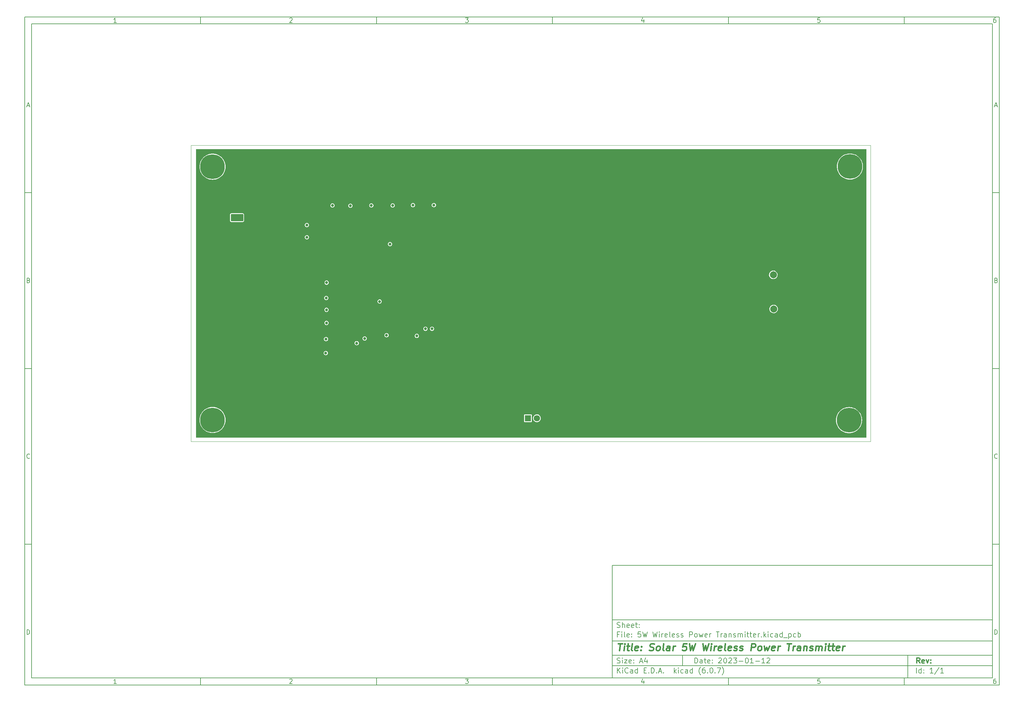
<source format=gbr>
%TF.GenerationSoftware,KiCad,Pcbnew,(6.0.7)*%
%TF.CreationDate,2023-01-12T19:17:07+03:00*%
%TF.ProjectId,5W Wireless Power Transmitter,35572057-6972-4656-9c65-737320506f77,rev?*%
%TF.SameCoordinates,Original*%
%TF.FileFunction,Copper,L2,Inr*%
%TF.FilePolarity,Positive*%
%FSLAX46Y46*%
G04 Gerber Fmt 4.6, Leading zero omitted, Abs format (unit mm)*
G04 Created by KiCad (PCBNEW (6.0.7)) date 2023-01-12 19:17:07*
%MOMM*%
%LPD*%
G01*
G04 APERTURE LIST*
G04 Aperture macros list*
%AMRoundRect*
0 Rectangle with rounded corners*
0 $1 Rounding radius*
0 $2 $3 $4 $5 $6 $7 $8 $9 X,Y pos of 4 corners*
0 Add a 4 corners polygon primitive as box body*
4,1,4,$2,$3,$4,$5,$6,$7,$8,$9,$2,$3,0*
0 Add four circle primitives for the rounded corners*
1,1,$1+$1,$2,$3*
1,1,$1+$1,$4,$5*
1,1,$1+$1,$6,$7*
1,1,$1+$1,$8,$9*
0 Add four rect primitives between the rounded corners*
20,1,$1+$1,$2,$3,$4,$5,0*
20,1,$1+$1,$4,$5,$6,$7,0*
20,1,$1+$1,$6,$7,$8,$9,0*
20,1,$1+$1,$8,$9,$2,$3,0*%
G04 Aperture macros list end*
%ADD10C,0.100000*%
%ADD11C,0.150000*%
%ADD12C,0.300000*%
%ADD13C,0.400000*%
%TA.AperFunction,Profile*%
%ADD14C,0.100000*%
%TD*%
%TA.AperFunction,ComponentPad*%
%ADD15C,0.800000*%
%TD*%
%TA.AperFunction,ComponentPad*%
%ADD16C,7.000000*%
%TD*%
%TA.AperFunction,ComponentPad*%
%ADD17R,1.800000X1.800000*%
%TD*%
%TA.AperFunction,ComponentPad*%
%ADD18C,1.800000*%
%TD*%
%TA.AperFunction,ComponentPad*%
%ADD19C,0.500000*%
%TD*%
%TA.AperFunction,ComponentPad*%
%ADD20C,2.000000*%
%TD*%
%TA.AperFunction,ComponentPad*%
%ADD21RoundRect,0.250001X-1.549999X0.799999X-1.549999X-0.799999X1.549999X-0.799999X1.549999X0.799999X0*%
%TD*%
%TA.AperFunction,ComponentPad*%
%ADD22O,3.600000X2.100000*%
%TD*%
%TA.AperFunction,ViaPad*%
%ADD23C,0.800000*%
%TD*%
G04 APERTURE END LIST*
D10*
D11*
X177002200Y-166007200D02*
X177002200Y-198007200D01*
X285002200Y-198007200D01*
X285002200Y-166007200D01*
X177002200Y-166007200D01*
D10*
D11*
X10000000Y-10000000D02*
X10000000Y-200007200D01*
X287002200Y-200007200D01*
X287002200Y-10000000D01*
X10000000Y-10000000D01*
D10*
D11*
X12000000Y-12000000D02*
X12000000Y-198007200D01*
X285002200Y-198007200D01*
X285002200Y-12000000D01*
X12000000Y-12000000D01*
D10*
D11*
X60000000Y-12000000D02*
X60000000Y-10000000D01*
D10*
D11*
X110000000Y-12000000D02*
X110000000Y-10000000D01*
D10*
D11*
X160000000Y-12000000D02*
X160000000Y-10000000D01*
D10*
D11*
X210000000Y-12000000D02*
X210000000Y-10000000D01*
D10*
D11*
X260000000Y-12000000D02*
X260000000Y-10000000D01*
D10*
D11*
X36065476Y-11588095D02*
X35322619Y-11588095D01*
X35694047Y-11588095D02*
X35694047Y-10288095D01*
X35570238Y-10473809D01*
X35446428Y-10597619D01*
X35322619Y-10659523D01*
D10*
D11*
X85322619Y-10411904D02*
X85384523Y-10350000D01*
X85508333Y-10288095D01*
X85817857Y-10288095D01*
X85941666Y-10350000D01*
X86003571Y-10411904D01*
X86065476Y-10535714D01*
X86065476Y-10659523D01*
X86003571Y-10845238D01*
X85260714Y-11588095D01*
X86065476Y-11588095D01*
D10*
D11*
X135260714Y-10288095D02*
X136065476Y-10288095D01*
X135632142Y-10783333D01*
X135817857Y-10783333D01*
X135941666Y-10845238D01*
X136003571Y-10907142D01*
X136065476Y-11030952D01*
X136065476Y-11340476D01*
X136003571Y-11464285D01*
X135941666Y-11526190D01*
X135817857Y-11588095D01*
X135446428Y-11588095D01*
X135322619Y-11526190D01*
X135260714Y-11464285D01*
D10*
D11*
X185941666Y-10721428D02*
X185941666Y-11588095D01*
X185632142Y-10226190D02*
X185322619Y-11154761D01*
X186127380Y-11154761D01*
D10*
D11*
X236003571Y-10288095D02*
X235384523Y-10288095D01*
X235322619Y-10907142D01*
X235384523Y-10845238D01*
X235508333Y-10783333D01*
X235817857Y-10783333D01*
X235941666Y-10845238D01*
X236003571Y-10907142D01*
X236065476Y-11030952D01*
X236065476Y-11340476D01*
X236003571Y-11464285D01*
X235941666Y-11526190D01*
X235817857Y-11588095D01*
X235508333Y-11588095D01*
X235384523Y-11526190D01*
X235322619Y-11464285D01*
D10*
D11*
X285941666Y-10288095D02*
X285694047Y-10288095D01*
X285570238Y-10350000D01*
X285508333Y-10411904D01*
X285384523Y-10597619D01*
X285322619Y-10845238D01*
X285322619Y-11340476D01*
X285384523Y-11464285D01*
X285446428Y-11526190D01*
X285570238Y-11588095D01*
X285817857Y-11588095D01*
X285941666Y-11526190D01*
X286003571Y-11464285D01*
X286065476Y-11340476D01*
X286065476Y-11030952D01*
X286003571Y-10907142D01*
X285941666Y-10845238D01*
X285817857Y-10783333D01*
X285570238Y-10783333D01*
X285446428Y-10845238D01*
X285384523Y-10907142D01*
X285322619Y-11030952D01*
D10*
D11*
X60000000Y-198007200D02*
X60000000Y-200007200D01*
D10*
D11*
X110000000Y-198007200D02*
X110000000Y-200007200D01*
D10*
D11*
X160000000Y-198007200D02*
X160000000Y-200007200D01*
D10*
D11*
X210000000Y-198007200D02*
X210000000Y-200007200D01*
D10*
D11*
X260000000Y-198007200D02*
X260000000Y-200007200D01*
D10*
D11*
X36065476Y-199595295D02*
X35322619Y-199595295D01*
X35694047Y-199595295D02*
X35694047Y-198295295D01*
X35570238Y-198481009D01*
X35446428Y-198604819D01*
X35322619Y-198666723D01*
D10*
D11*
X85322619Y-198419104D02*
X85384523Y-198357200D01*
X85508333Y-198295295D01*
X85817857Y-198295295D01*
X85941666Y-198357200D01*
X86003571Y-198419104D01*
X86065476Y-198542914D01*
X86065476Y-198666723D01*
X86003571Y-198852438D01*
X85260714Y-199595295D01*
X86065476Y-199595295D01*
D10*
D11*
X135260714Y-198295295D02*
X136065476Y-198295295D01*
X135632142Y-198790533D01*
X135817857Y-198790533D01*
X135941666Y-198852438D01*
X136003571Y-198914342D01*
X136065476Y-199038152D01*
X136065476Y-199347676D01*
X136003571Y-199471485D01*
X135941666Y-199533390D01*
X135817857Y-199595295D01*
X135446428Y-199595295D01*
X135322619Y-199533390D01*
X135260714Y-199471485D01*
D10*
D11*
X185941666Y-198728628D02*
X185941666Y-199595295D01*
X185632142Y-198233390D02*
X185322619Y-199161961D01*
X186127380Y-199161961D01*
D10*
D11*
X236003571Y-198295295D02*
X235384523Y-198295295D01*
X235322619Y-198914342D01*
X235384523Y-198852438D01*
X235508333Y-198790533D01*
X235817857Y-198790533D01*
X235941666Y-198852438D01*
X236003571Y-198914342D01*
X236065476Y-199038152D01*
X236065476Y-199347676D01*
X236003571Y-199471485D01*
X235941666Y-199533390D01*
X235817857Y-199595295D01*
X235508333Y-199595295D01*
X235384523Y-199533390D01*
X235322619Y-199471485D01*
D10*
D11*
X285941666Y-198295295D02*
X285694047Y-198295295D01*
X285570238Y-198357200D01*
X285508333Y-198419104D01*
X285384523Y-198604819D01*
X285322619Y-198852438D01*
X285322619Y-199347676D01*
X285384523Y-199471485D01*
X285446428Y-199533390D01*
X285570238Y-199595295D01*
X285817857Y-199595295D01*
X285941666Y-199533390D01*
X286003571Y-199471485D01*
X286065476Y-199347676D01*
X286065476Y-199038152D01*
X286003571Y-198914342D01*
X285941666Y-198852438D01*
X285817857Y-198790533D01*
X285570238Y-198790533D01*
X285446428Y-198852438D01*
X285384523Y-198914342D01*
X285322619Y-199038152D01*
D10*
D11*
X10000000Y-60000000D02*
X12000000Y-60000000D01*
D10*
D11*
X10000000Y-110000000D02*
X12000000Y-110000000D01*
D10*
D11*
X10000000Y-160000000D02*
X12000000Y-160000000D01*
D10*
D11*
X10690476Y-35216666D02*
X11309523Y-35216666D01*
X10566666Y-35588095D02*
X11000000Y-34288095D01*
X11433333Y-35588095D01*
D10*
D11*
X11092857Y-84907142D02*
X11278571Y-84969047D01*
X11340476Y-85030952D01*
X11402380Y-85154761D01*
X11402380Y-85340476D01*
X11340476Y-85464285D01*
X11278571Y-85526190D01*
X11154761Y-85588095D01*
X10659523Y-85588095D01*
X10659523Y-84288095D01*
X11092857Y-84288095D01*
X11216666Y-84350000D01*
X11278571Y-84411904D01*
X11340476Y-84535714D01*
X11340476Y-84659523D01*
X11278571Y-84783333D01*
X11216666Y-84845238D01*
X11092857Y-84907142D01*
X10659523Y-84907142D01*
D10*
D11*
X11402380Y-135464285D02*
X11340476Y-135526190D01*
X11154761Y-135588095D01*
X11030952Y-135588095D01*
X10845238Y-135526190D01*
X10721428Y-135402380D01*
X10659523Y-135278571D01*
X10597619Y-135030952D01*
X10597619Y-134845238D01*
X10659523Y-134597619D01*
X10721428Y-134473809D01*
X10845238Y-134350000D01*
X11030952Y-134288095D01*
X11154761Y-134288095D01*
X11340476Y-134350000D01*
X11402380Y-134411904D01*
D10*
D11*
X10659523Y-185588095D02*
X10659523Y-184288095D01*
X10969047Y-184288095D01*
X11154761Y-184350000D01*
X11278571Y-184473809D01*
X11340476Y-184597619D01*
X11402380Y-184845238D01*
X11402380Y-185030952D01*
X11340476Y-185278571D01*
X11278571Y-185402380D01*
X11154761Y-185526190D01*
X10969047Y-185588095D01*
X10659523Y-185588095D01*
D10*
D11*
X287002200Y-60000000D02*
X285002200Y-60000000D01*
D10*
D11*
X287002200Y-110000000D02*
X285002200Y-110000000D01*
D10*
D11*
X287002200Y-160000000D02*
X285002200Y-160000000D01*
D10*
D11*
X285692676Y-35216666D02*
X286311723Y-35216666D01*
X285568866Y-35588095D02*
X286002200Y-34288095D01*
X286435533Y-35588095D01*
D10*
D11*
X286095057Y-84907142D02*
X286280771Y-84969047D01*
X286342676Y-85030952D01*
X286404580Y-85154761D01*
X286404580Y-85340476D01*
X286342676Y-85464285D01*
X286280771Y-85526190D01*
X286156961Y-85588095D01*
X285661723Y-85588095D01*
X285661723Y-84288095D01*
X286095057Y-84288095D01*
X286218866Y-84350000D01*
X286280771Y-84411904D01*
X286342676Y-84535714D01*
X286342676Y-84659523D01*
X286280771Y-84783333D01*
X286218866Y-84845238D01*
X286095057Y-84907142D01*
X285661723Y-84907142D01*
D10*
D11*
X286404580Y-135464285D02*
X286342676Y-135526190D01*
X286156961Y-135588095D01*
X286033152Y-135588095D01*
X285847438Y-135526190D01*
X285723628Y-135402380D01*
X285661723Y-135278571D01*
X285599819Y-135030952D01*
X285599819Y-134845238D01*
X285661723Y-134597619D01*
X285723628Y-134473809D01*
X285847438Y-134350000D01*
X286033152Y-134288095D01*
X286156961Y-134288095D01*
X286342676Y-134350000D01*
X286404580Y-134411904D01*
D10*
D11*
X285661723Y-185588095D02*
X285661723Y-184288095D01*
X285971247Y-184288095D01*
X286156961Y-184350000D01*
X286280771Y-184473809D01*
X286342676Y-184597619D01*
X286404580Y-184845238D01*
X286404580Y-185030952D01*
X286342676Y-185278571D01*
X286280771Y-185402380D01*
X286156961Y-185526190D01*
X285971247Y-185588095D01*
X285661723Y-185588095D01*
D10*
D11*
X200434342Y-193785771D02*
X200434342Y-192285771D01*
X200791485Y-192285771D01*
X201005771Y-192357200D01*
X201148628Y-192500057D01*
X201220057Y-192642914D01*
X201291485Y-192928628D01*
X201291485Y-193142914D01*
X201220057Y-193428628D01*
X201148628Y-193571485D01*
X201005771Y-193714342D01*
X200791485Y-193785771D01*
X200434342Y-193785771D01*
X202577200Y-193785771D02*
X202577200Y-193000057D01*
X202505771Y-192857200D01*
X202362914Y-192785771D01*
X202077200Y-192785771D01*
X201934342Y-192857200D01*
X202577200Y-193714342D02*
X202434342Y-193785771D01*
X202077200Y-193785771D01*
X201934342Y-193714342D01*
X201862914Y-193571485D01*
X201862914Y-193428628D01*
X201934342Y-193285771D01*
X202077200Y-193214342D01*
X202434342Y-193214342D01*
X202577200Y-193142914D01*
X203077200Y-192785771D02*
X203648628Y-192785771D01*
X203291485Y-192285771D02*
X203291485Y-193571485D01*
X203362914Y-193714342D01*
X203505771Y-193785771D01*
X203648628Y-193785771D01*
X204720057Y-193714342D02*
X204577200Y-193785771D01*
X204291485Y-193785771D01*
X204148628Y-193714342D01*
X204077200Y-193571485D01*
X204077200Y-193000057D01*
X204148628Y-192857200D01*
X204291485Y-192785771D01*
X204577200Y-192785771D01*
X204720057Y-192857200D01*
X204791485Y-193000057D01*
X204791485Y-193142914D01*
X204077200Y-193285771D01*
X205434342Y-193642914D02*
X205505771Y-193714342D01*
X205434342Y-193785771D01*
X205362914Y-193714342D01*
X205434342Y-193642914D01*
X205434342Y-193785771D01*
X205434342Y-192857200D02*
X205505771Y-192928628D01*
X205434342Y-193000057D01*
X205362914Y-192928628D01*
X205434342Y-192857200D01*
X205434342Y-193000057D01*
X207220057Y-192428628D02*
X207291485Y-192357200D01*
X207434342Y-192285771D01*
X207791485Y-192285771D01*
X207934342Y-192357200D01*
X208005771Y-192428628D01*
X208077200Y-192571485D01*
X208077200Y-192714342D01*
X208005771Y-192928628D01*
X207148628Y-193785771D01*
X208077200Y-193785771D01*
X209005771Y-192285771D02*
X209148628Y-192285771D01*
X209291485Y-192357200D01*
X209362914Y-192428628D01*
X209434342Y-192571485D01*
X209505771Y-192857200D01*
X209505771Y-193214342D01*
X209434342Y-193500057D01*
X209362914Y-193642914D01*
X209291485Y-193714342D01*
X209148628Y-193785771D01*
X209005771Y-193785771D01*
X208862914Y-193714342D01*
X208791485Y-193642914D01*
X208720057Y-193500057D01*
X208648628Y-193214342D01*
X208648628Y-192857200D01*
X208720057Y-192571485D01*
X208791485Y-192428628D01*
X208862914Y-192357200D01*
X209005771Y-192285771D01*
X210077200Y-192428628D02*
X210148628Y-192357200D01*
X210291485Y-192285771D01*
X210648628Y-192285771D01*
X210791485Y-192357200D01*
X210862914Y-192428628D01*
X210934342Y-192571485D01*
X210934342Y-192714342D01*
X210862914Y-192928628D01*
X210005771Y-193785771D01*
X210934342Y-193785771D01*
X211434342Y-192285771D02*
X212362914Y-192285771D01*
X211862914Y-192857200D01*
X212077200Y-192857200D01*
X212220057Y-192928628D01*
X212291485Y-193000057D01*
X212362914Y-193142914D01*
X212362914Y-193500057D01*
X212291485Y-193642914D01*
X212220057Y-193714342D01*
X212077200Y-193785771D01*
X211648628Y-193785771D01*
X211505771Y-193714342D01*
X211434342Y-193642914D01*
X213005771Y-193214342D02*
X214148628Y-193214342D01*
X215148628Y-192285771D02*
X215291485Y-192285771D01*
X215434342Y-192357200D01*
X215505771Y-192428628D01*
X215577200Y-192571485D01*
X215648628Y-192857200D01*
X215648628Y-193214342D01*
X215577200Y-193500057D01*
X215505771Y-193642914D01*
X215434342Y-193714342D01*
X215291485Y-193785771D01*
X215148628Y-193785771D01*
X215005771Y-193714342D01*
X214934342Y-193642914D01*
X214862914Y-193500057D01*
X214791485Y-193214342D01*
X214791485Y-192857200D01*
X214862914Y-192571485D01*
X214934342Y-192428628D01*
X215005771Y-192357200D01*
X215148628Y-192285771D01*
X217077200Y-193785771D02*
X216220057Y-193785771D01*
X216648628Y-193785771D02*
X216648628Y-192285771D01*
X216505771Y-192500057D01*
X216362914Y-192642914D01*
X216220057Y-192714342D01*
X217720057Y-193214342D02*
X218862914Y-193214342D01*
X220362914Y-193785771D02*
X219505771Y-193785771D01*
X219934342Y-193785771D02*
X219934342Y-192285771D01*
X219791485Y-192500057D01*
X219648628Y-192642914D01*
X219505771Y-192714342D01*
X220934342Y-192428628D02*
X221005771Y-192357200D01*
X221148628Y-192285771D01*
X221505771Y-192285771D01*
X221648628Y-192357200D01*
X221720057Y-192428628D01*
X221791485Y-192571485D01*
X221791485Y-192714342D01*
X221720057Y-192928628D01*
X220862914Y-193785771D01*
X221791485Y-193785771D01*
D10*
D11*
X177002200Y-194507200D02*
X285002200Y-194507200D01*
D10*
D11*
X178434342Y-196585771D02*
X178434342Y-195085771D01*
X179291485Y-196585771D02*
X178648628Y-195728628D01*
X179291485Y-195085771D02*
X178434342Y-195942914D01*
X179934342Y-196585771D02*
X179934342Y-195585771D01*
X179934342Y-195085771D02*
X179862914Y-195157200D01*
X179934342Y-195228628D01*
X180005771Y-195157200D01*
X179934342Y-195085771D01*
X179934342Y-195228628D01*
X181505771Y-196442914D02*
X181434342Y-196514342D01*
X181220057Y-196585771D01*
X181077200Y-196585771D01*
X180862914Y-196514342D01*
X180720057Y-196371485D01*
X180648628Y-196228628D01*
X180577200Y-195942914D01*
X180577200Y-195728628D01*
X180648628Y-195442914D01*
X180720057Y-195300057D01*
X180862914Y-195157200D01*
X181077200Y-195085771D01*
X181220057Y-195085771D01*
X181434342Y-195157200D01*
X181505771Y-195228628D01*
X182791485Y-196585771D02*
X182791485Y-195800057D01*
X182720057Y-195657200D01*
X182577200Y-195585771D01*
X182291485Y-195585771D01*
X182148628Y-195657200D01*
X182791485Y-196514342D02*
X182648628Y-196585771D01*
X182291485Y-196585771D01*
X182148628Y-196514342D01*
X182077200Y-196371485D01*
X182077200Y-196228628D01*
X182148628Y-196085771D01*
X182291485Y-196014342D01*
X182648628Y-196014342D01*
X182791485Y-195942914D01*
X184148628Y-196585771D02*
X184148628Y-195085771D01*
X184148628Y-196514342D02*
X184005771Y-196585771D01*
X183720057Y-196585771D01*
X183577200Y-196514342D01*
X183505771Y-196442914D01*
X183434342Y-196300057D01*
X183434342Y-195871485D01*
X183505771Y-195728628D01*
X183577200Y-195657200D01*
X183720057Y-195585771D01*
X184005771Y-195585771D01*
X184148628Y-195657200D01*
X186005771Y-195800057D02*
X186505771Y-195800057D01*
X186720057Y-196585771D02*
X186005771Y-196585771D01*
X186005771Y-195085771D01*
X186720057Y-195085771D01*
X187362914Y-196442914D02*
X187434342Y-196514342D01*
X187362914Y-196585771D01*
X187291485Y-196514342D01*
X187362914Y-196442914D01*
X187362914Y-196585771D01*
X188077200Y-196585771D02*
X188077200Y-195085771D01*
X188434342Y-195085771D01*
X188648628Y-195157200D01*
X188791485Y-195300057D01*
X188862914Y-195442914D01*
X188934342Y-195728628D01*
X188934342Y-195942914D01*
X188862914Y-196228628D01*
X188791485Y-196371485D01*
X188648628Y-196514342D01*
X188434342Y-196585771D01*
X188077200Y-196585771D01*
X189577200Y-196442914D02*
X189648628Y-196514342D01*
X189577200Y-196585771D01*
X189505771Y-196514342D01*
X189577200Y-196442914D01*
X189577200Y-196585771D01*
X190220057Y-196157200D02*
X190934342Y-196157200D01*
X190077200Y-196585771D02*
X190577200Y-195085771D01*
X191077200Y-196585771D01*
X191577200Y-196442914D02*
X191648628Y-196514342D01*
X191577200Y-196585771D01*
X191505771Y-196514342D01*
X191577200Y-196442914D01*
X191577200Y-196585771D01*
X194577200Y-196585771D02*
X194577200Y-195085771D01*
X194720057Y-196014342D02*
X195148628Y-196585771D01*
X195148628Y-195585771D02*
X194577200Y-196157200D01*
X195791485Y-196585771D02*
X195791485Y-195585771D01*
X195791485Y-195085771D02*
X195720057Y-195157200D01*
X195791485Y-195228628D01*
X195862914Y-195157200D01*
X195791485Y-195085771D01*
X195791485Y-195228628D01*
X197148628Y-196514342D02*
X197005771Y-196585771D01*
X196720057Y-196585771D01*
X196577200Y-196514342D01*
X196505771Y-196442914D01*
X196434342Y-196300057D01*
X196434342Y-195871485D01*
X196505771Y-195728628D01*
X196577200Y-195657200D01*
X196720057Y-195585771D01*
X197005771Y-195585771D01*
X197148628Y-195657200D01*
X198434342Y-196585771D02*
X198434342Y-195800057D01*
X198362914Y-195657200D01*
X198220057Y-195585771D01*
X197934342Y-195585771D01*
X197791485Y-195657200D01*
X198434342Y-196514342D02*
X198291485Y-196585771D01*
X197934342Y-196585771D01*
X197791485Y-196514342D01*
X197720057Y-196371485D01*
X197720057Y-196228628D01*
X197791485Y-196085771D01*
X197934342Y-196014342D01*
X198291485Y-196014342D01*
X198434342Y-195942914D01*
X199791485Y-196585771D02*
X199791485Y-195085771D01*
X199791485Y-196514342D02*
X199648628Y-196585771D01*
X199362914Y-196585771D01*
X199220057Y-196514342D01*
X199148628Y-196442914D01*
X199077200Y-196300057D01*
X199077200Y-195871485D01*
X199148628Y-195728628D01*
X199220057Y-195657200D01*
X199362914Y-195585771D01*
X199648628Y-195585771D01*
X199791485Y-195657200D01*
X202077200Y-197157200D02*
X202005771Y-197085771D01*
X201862914Y-196871485D01*
X201791485Y-196728628D01*
X201720057Y-196514342D01*
X201648628Y-196157200D01*
X201648628Y-195871485D01*
X201720057Y-195514342D01*
X201791485Y-195300057D01*
X201862914Y-195157200D01*
X202005771Y-194942914D01*
X202077200Y-194871485D01*
X203291485Y-195085771D02*
X203005771Y-195085771D01*
X202862914Y-195157200D01*
X202791485Y-195228628D01*
X202648628Y-195442914D01*
X202577200Y-195728628D01*
X202577200Y-196300057D01*
X202648628Y-196442914D01*
X202720057Y-196514342D01*
X202862914Y-196585771D01*
X203148628Y-196585771D01*
X203291485Y-196514342D01*
X203362914Y-196442914D01*
X203434342Y-196300057D01*
X203434342Y-195942914D01*
X203362914Y-195800057D01*
X203291485Y-195728628D01*
X203148628Y-195657200D01*
X202862914Y-195657200D01*
X202720057Y-195728628D01*
X202648628Y-195800057D01*
X202577200Y-195942914D01*
X204077200Y-196442914D02*
X204148628Y-196514342D01*
X204077200Y-196585771D01*
X204005771Y-196514342D01*
X204077200Y-196442914D01*
X204077200Y-196585771D01*
X205077200Y-195085771D02*
X205220057Y-195085771D01*
X205362914Y-195157200D01*
X205434342Y-195228628D01*
X205505771Y-195371485D01*
X205577200Y-195657200D01*
X205577200Y-196014342D01*
X205505771Y-196300057D01*
X205434342Y-196442914D01*
X205362914Y-196514342D01*
X205220057Y-196585771D01*
X205077200Y-196585771D01*
X204934342Y-196514342D01*
X204862914Y-196442914D01*
X204791485Y-196300057D01*
X204720057Y-196014342D01*
X204720057Y-195657200D01*
X204791485Y-195371485D01*
X204862914Y-195228628D01*
X204934342Y-195157200D01*
X205077200Y-195085771D01*
X206220057Y-196442914D02*
X206291485Y-196514342D01*
X206220057Y-196585771D01*
X206148628Y-196514342D01*
X206220057Y-196442914D01*
X206220057Y-196585771D01*
X206791485Y-195085771D02*
X207791485Y-195085771D01*
X207148628Y-196585771D01*
X208220057Y-197157200D02*
X208291485Y-197085771D01*
X208434342Y-196871485D01*
X208505771Y-196728628D01*
X208577200Y-196514342D01*
X208648628Y-196157200D01*
X208648628Y-195871485D01*
X208577200Y-195514342D01*
X208505771Y-195300057D01*
X208434342Y-195157200D01*
X208291485Y-194942914D01*
X208220057Y-194871485D01*
D10*
D11*
X177002200Y-191507200D02*
X285002200Y-191507200D01*
D10*
D12*
X264411485Y-193785771D02*
X263911485Y-193071485D01*
X263554342Y-193785771D02*
X263554342Y-192285771D01*
X264125771Y-192285771D01*
X264268628Y-192357200D01*
X264340057Y-192428628D01*
X264411485Y-192571485D01*
X264411485Y-192785771D01*
X264340057Y-192928628D01*
X264268628Y-193000057D01*
X264125771Y-193071485D01*
X263554342Y-193071485D01*
X265625771Y-193714342D02*
X265482914Y-193785771D01*
X265197200Y-193785771D01*
X265054342Y-193714342D01*
X264982914Y-193571485D01*
X264982914Y-193000057D01*
X265054342Y-192857200D01*
X265197200Y-192785771D01*
X265482914Y-192785771D01*
X265625771Y-192857200D01*
X265697200Y-193000057D01*
X265697200Y-193142914D01*
X264982914Y-193285771D01*
X266197200Y-192785771D02*
X266554342Y-193785771D01*
X266911485Y-192785771D01*
X267482914Y-193642914D02*
X267554342Y-193714342D01*
X267482914Y-193785771D01*
X267411485Y-193714342D01*
X267482914Y-193642914D01*
X267482914Y-193785771D01*
X267482914Y-192857200D02*
X267554342Y-192928628D01*
X267482914Y-193000057D01*
X267411485Y-192928628D01*
X267482914Y-192857200D01*
X267482914Y-193000057D01*
D10*
D11*
X178362914Y-193714342D02*
X178577200Y-193785771D01*
X178934342Y-193785771D01*
X179077200Y-193714342D01*
X179148628Y-193642914D01*
X179220057Y-193500057D01*
X179220057Y-193357200D01*
X179148628Y-193214342D01*
X179077200Y-193142914D01*
X178934342Y-193071485D01*
X178648628Y-193000057D01*
X178505771Y-192928628D01*
X178434342Y-192857200D01*
X178362914Y-192714342D01*
X178362914Y-192571485D01*
X178434342Y-192428628D01*
X178505771Y-192357200D01*
X178648628Y-192285771D01*
X179005771Y-192285771D01*
X179220057Y-192357200D01*
X179862914Y-193785771D02*
X179862914Y-192785771D01*
X179862914Y-192285771D02*
X179791485Y-192357200D01*
X179862914Y-192428628D01*
X179934342Y-192357200D01*
X179862914Y-192285771D01*
X179862914Y-192428628D01*
X180434342Y-192785771D02*
X181220057Y-192785771D01*
X180434342Y-193785771D01*
X181220057Y-193785771D01*
X182362914Y-193714342D02*
X182220057Y-193785771D01*
X181934342Y-193785771D01*
X181791485Y-193714342D01*
X181720057Y-193571485D01*
X181720057Y-193000057D01*
X181791485Y-192857200D01*
X181934342Y-192785771D01*
X182220057Y-192785771D01*
X182362914Y-192857200D01*
X182434342Y-193000057D01*
X182434342Y-193142914D01*
X181720057Y-193285771D01*
X183077200Y-193642914D02*
X183148628Y-193714342D01*
X183077200Y-193785771D01*
X183005771Y-193714342D01*
X183077200Y-193642914D01*
X183077200Y-193785771D01*
X183077200Y-192857200D02*
X183148628Y-192928628D01*
X183077200Y-193000057D01*
X183005771Y-192928628D01*
X183077200Y-192857200D01*
X183077200Y-193000057D01*
X184862914Y-193357200D02*
X185577200Y-193357200D01*
X184720057Y-193785771D02*
X185220057Y-192285771D01*
X185720057Y-193785771D01*
X186862914Y-192785771D02*
X186862914Y-193785771D01*
X186505771Y-192214342D02*
X186148628Y-193285771D01*
X187077200Y-193285771D01*
D10*
D11*
X263434342Y-196585771D02*
X263434342Y-195085771D01*
X264791485Y-196585771D02*
X264791485Y-195085771D01*
X264791485Y-196514342D02*
X264648628Y-196585771D01*
X264362914Y-196585771D01*
X264220057Y-196514342D01*
X264148628Y-196442914D01*
X264077200Y-196300057D01*
X264077200Y-195871485D01*
X264148628Y-195728628D01*
X264220057Y-195657200D01*
X264362914Y-195585771D01*
X264648628Y-195585771D01*
X264791485Y-195657200D01*
X265505771Y-196442914D02*
X265577200Y-196514342D01*
X265505771Y-196585771D01*
X265434342Y-196514342D01*
X265505771Y-196442914D01*
X265505771Y-196585771D01*
X265505771Y-195657200D02*
X265577200Y-195728628D01*
X265505771Y-195800057D01*
X265434342Y-195728628D01*
X265505771Y-195657200D01*
X265505771Y-195800057D01*
X268148628Y-196585771D02*
X267291485Y-196585771D01*
X267720057Y-196585771D02*
X267720057Y-195085771D01*
X267577200Y-195300057D01*
X267434342Y-195442914D01*
X267291485Y-195514342D01*
X269862914Y-195014342D02*
X268577200Y-196942914D01*
X271148628Y-196585771D02*
X270291485Y-196585771D01*
X270720057Y-196585771D02*
X270720057Y-195085771D01*
X270577200Y-195300057D01*
X270434342Y-195442914D01*
X270291485Y-195514342D01*
D10*
D11*
X177002200Y-187507200D02*
X285002200Y-187507200D01*
D10*
D13*
X178714580Y-188211961D02*
X179857438Y-188211961D01*
X179036009Y-190211961D02*
X179286009Y-188211961D01*
X180274104Y-190211961D02*
X180440771Y-188878628D01*
X180524104Y-188211961D02*
X180416961Y-188307200D01*
X180500295Y-188402438D01*
X180607438Y-188307200D01*
X180524104Y-188211961D01*
X180500295Y-188402438D01*
X181107438Y-188878628D02*
X181869342Y-188878628D01*
X181476485Y-188211961D02*
X181262200Y-189926247D01*
X181333628Y-190116723D01*
X181512200Y-190211961D01*
X181702676Y-190211961D01*
X182655057Y-190211961D02*
X182476485Y-190116723D01*
X182405057Y-189926247D01*
X182619342Y-188211961D01*
X184190771Y-190116723D02*
X183988390Y-190211961D01*
X183607438Y-190211961D01*
X183428866Y-190116723D01*
X183357438Y-189926247D01*
X183452676Y-189164342D01*
X183571723Y-188973866D01*
X183774104Y-188878628D01*
X184155057Y-188878628D01*
X184333628Y-188973866D01*
X184405057Y-189164342D01*
X184381247Y-189354819D01*
X183405057Y-189545295D01*
X185155057Y-190021485D02*
X185238390Y-190116723D01*
X185131247Y-190211961D01*
X185047914Y-190116723D01*
X185155057Y-190021485D01*
X185131247Y-190211961D01*
X185286009Y-188973866D02*
X185369342Y-189069104D01*
X185262200Y-189164342D01*
X185178866Y-189069104D01*
X185286009Y-188973866D01*
X185262200Y-189164342D01*
X187524104Y-190116723D02*
X187797914Y-190211961D01*
X188274104Y-190211961D01*
X188476485Y-190116723D01*
X188583628Y-190021485D01*
X188702676Y-189831009D01*
X188726485Y-189640533D01*
X188655057Y-189450057D01*
X188571723Y-189354819D01*
X188393152Y-189259580D01*
X188024104Y-189164342D01*
X187845533Y-189069104D01*
X187762200Y-188973866D01*
X187690771Y-188783390D01*
X187714580Y-188592914D01*
X187833628Y-188402438D01*
X187940771Y-188307200D01*
X188143152Y-188211961D01*
X188619342Y-188211961D01*
X188893152Y-188307200D01*
X189797914Y-190211961D02*
X189619342Y-190116723D01*
X189536009Y-190021485D01*
X189464580Y-189831009D01*
X189536009Y-189259580D01*
X189655057Y-189069104D01*
X189762200Y-188973866D01*
X189964580Y-188878628D01*
X190250295Y-188878628D01*
X190428866Y-188973866D01*
X190512200Y-189069104D01*
X190583628Y-189259580D01*
X190512200Y-189831009D01*
X190393152Y-190021485D01*
X190286009Y-190116723D01*
X190083628Y-190211961D01*
X189797914Y-190211961D01*
X191607438Y-190211961D02*
X191428866Y-190116723D01*
X191357438Y-189926247D01*
X191571723Y-188211961D01*
X193226485Y-190211961D02*
X193357438Y-189164342D01*
X193286009Y-188973866D01*
X193107438Y-188878628D01*
X192726485Y-188878628D01*
X192524104Y-188973866D01*
X193238390Y-190116723D02*
X193036009Y-190211961D01*
X192559819Y-190211961D01*
X192381247Y-190116723D01*
X192309819Y-189926247D01*
X192333628Y-189735771D01*
X192452676Y-189545295D01*
X192655057Y-189450057D01*
X193131247Y-189450057D01*
X193333628Y-189354819D01*
X194178866Y-190211961D02*
X194345533Y-188878628D01*
X194297914Y-189259580D02*
X194416961Y-189069104D01*
X194524104Y-188973866D01*
X194726485Y-188878628D01*
X194916961Y-188878628D01*
X198143152Y-188211961D02*
X197190771Y-188211961D01*
X196976485Y-189164342D01*
X197083628Y-189069104D01*
X197286009Y-188973866D01*
X197762200Y-188973866D01*
X197940771Y-189069104D01*
X198024104Y-189164342D01*
X198095533Y-189354819D01*
X198036009Y-189831009D01*
X197916961Y-190021485D01*
X197809819Y-190116723D01*
X197607438Y-190211961D01*
X197131247Y-190211961D01*
X196952676Y-190116723D01*
X196869342Y-190021485D01*
X198905057Y-188211961D02*
X199131247Y-190211961D01*
X199690771Y-188783390D01*
X199893152Y-190211961D01*
X200619342Y-188211961D01*
X202714580Y-188211961D02*
X202940771Y-190211961D01*
X203500295Y-188783390D01*
X203702676Y-190211961D01*
X204428866Y-188211961D01*
X204940771Y-190211961D02*
X205107438Y-188878628D01*
X205190771Y-188211961D02*
X205083628Y-188307200D01*
X205166961Y-188402438D01*
X205274104Y-188307200D01*
X205190771Y-188211961D01*
X205166961Y-188402438D01*
X205893152Y-190211961D02*
X206059819Y-188878628D01*
X206012200Y-189259580D02*
X206131247Y-189069104D01*
X206238390Y-188973866D01*
X206440771Y-188878628D01*
X206631247Y-188878628D01*
X207905057Y-190116723D02*
X207702676Y-190211961D01*
X207321723Y-190211961D01*
X207143152Y-190116723D01*
X207071723Y-189926247D01*
X207166961Y-189164342D01*
X207286009Y-188973866D01*
X207488390Y-188878628D01*
X207869342Y-188878628D01*
X208047914Y-188973866D01*
X208119342Y-189164342D01*
X208095533Y-189354819D01*
X207119342Y-189545295D01*
X209131247Y-190211961D02*
X208952676Y-190116723D01*
X208881247Y-189926247D01*
X209095533Y-188211961D01*
X210666961Y-190116723D02*
X210464580Y-190211961D01*
X210083628Y-190211961D01*
X209905057Y-190116723D01*
X209833628Y-189926247D01*
X209928866Y-189164342D01*
X210047914Y-188973866D01*
X210250295Y-188878628D01*
X210631247Y-188878628D01*
X210809819Y-188973866D01*
X210881247Y-189164342D01*
X210857438Y-189354819D01*
X209881247Y-189545295D01*
X211524104Y-190116723D02*
X211702676Y-190211961D01*
X212083628Y-190211961D01*
X212286009Y-190116723D01*
X212405057Y-189926247D01*
X212416961Y-189831009D01*
X212345533Y-189640533D01*
X212166961Y-189545295D01*
X211881247Y-189545295D01*
X211702676Y-189450057D01*
X211631247Y-189259580D01*
X211643152Y-189164342D01*
X211762200Y-188973866D01*
X211964580Y-188878628D01*
X212250295Y-188878628D01*
X212428866Y-188973866D01*
X213143152Y-190116723D02*
X213321723Y-190211961D01*
X213702676Y-190211961D01*
X213905057Y-190116723D01*
X214024104Y-189926247D01*
X214036009Y-189831009D01*
X213964580Y-189640533D01*
X213786009Y-189545295D01*
X213500295Y-189545295D01*
X213321723Y-189450057D01*
X213250295Y-189259580D01*
X213262200Y-189164342D01*
X213381247Y-188973866D01*
X213583628Y-188878628D01*
X213869342Y-188878628D01*
X214047914Y-188973866D01*
X216369342Y-190211961D02*
X216619342Y-188211961D01*
X217381247Y-188211961D01*
X217559819Y-188307200D01*
X217643152Y-188402438D01*
X217714580Y-188592914D01*
X217678866Y-188878628D01*
X217559819Y-189069104D01*
X217452676Y-189164342D01*
X217250295Y-189259580D01*
X216488390Y-189259580D01*
X218655057Y-190211961D02*
X218476485Y-190116723D01*
X218393152Y-190021485D01*
X218321723Y-189831009D01*
X218393152Y-189259580D01*
X218512200Y-189069104D01*
X218619342Y-188973866D01*
X218821723Y-188878628D01*
X219107438Y-188878628D01*
X219286009Y-188973866D01*
X219369342Y-189069104D01*
X219440771Y-189259580D01*
X219369342Y-189831009D01*
X219250295Y-190021485D01*
X219143152Y-190116723D01*
X218940771Y-190211961D01*
X218655057Y-190211961D01*
X220155057Y-188878628D02*
X220369342Y-190211961D01*
X220869342Y-189259580D01*
X221131247Y-190211961D01*
X221678866Y-188878628D01*
X223047914Y-190116723D02*
X222845533Y-190211961D01*
X222464580Y-190211961D01*
X222286009Y-190116723D01*
X222214580Y-189926247D01*
X222309819Y-189164342D01*
X222428866Y-188973866D01*
X222631247Y-188878628D01*
X223012200Y-188878628D01*
X223190771Y-188973866D01*
X223262200Y-189164342D01*
X223238390Y-189354819D01*
X222262200Y-189545295D01*
X223988390Y-190211961D02*
X224155057Y-188878628D01*
X224107438Y-189259580D02*
X224226485Y-189069104D01*
X224333628Y-188973866D01*
X224536009Y-188878628D01*
X224726485Y-188878628D01*
X226714580Y-188211961D02*
X227857438Y-188211961D01*
X227036009Y-190211961D02*
X227286009Y-188211961D01*
X228274104Y-190211961D02*
X228440771Y-188878628D01*
X228393152Y-189259580D02*
X228512200Y-189069104D01*
X228619342Y-188973866D01*
X228821723Y-188878628D01*
X229012200Y-188878628D01*
X230369342Y-190211961D02*
X230500295Y-189164342D01*
X230428866Y-188973866D01*
X230250295Y-188878628D01*
X229869342Y-188878628D01*
X229666961Y-188973866D01*
X230381247Y-190116723D02*
X230178866Y-190211961D01*
X229702676Y-190211961D01*
X229524104Y-190116723D01*
X229452676Y-189926247D01*
X229476485Y-189735771D01*
X229595533Y-189545295D01*
X229797914Y-189450057D01*
X230274104Y-189450057D01*
X230476485Y-189354819D01*
X231488390Y-188878628D02*
X231321723Y-190211961D01*
X231464580Y-189069104D02*
X231571723Y-188973866D01*
X231774104Y-188878628D01*
X232059819Y-188878628D01*
X232238390Y-188973866D01*
X232309819Y-189164342D01*
X232178866Y-190211961D01*
X233047914Y-190116723D02*
X233226485Y-190211961D01*
X233607438Y-190211961D01*
X233809819Y-190116723D01*
X233928866Y-189926247D01*
X233940771Y-189831009D01*
X233869342Y-189640533D01*
X233690771Y-189545295D01*
X233405057Y-189545295D01*
X233226485Y-189450057D01*
X233155057Y-189259580D01*
X233166961Y-189164342D01*
X233286009Y-188973866D01*
X233488390Y-188878628D01*
X233774104Y-188878628D01*
X233952676Y-188973866D01*
X234750295Y-190211961D02*
X234916961Y-188878628D01*
X234893152Y-189069104D02*
X235000295Y-188973866D01*
X235202676Y-188878628D01*
X235488390Y-188878628D01*
X235666961Y-188973866D01*
X235738390Y-189164342D01*
X235607438Y-190211961D01*
X235738390Y-189164342D02*
X235857438Y-188973866D01*
X236059819Y-188878628D01*
X236345533Y-188878628D01*
X236524104Y-188973866D01*
X236595533Y-189164342D01*
X236464580Y-190211961D01*
X237416961Y-190211961D02*
X237583628Y-188878628D01*
X237666961Y-188211961D02*
X237559819Y-188307200D01*
X237643152Y-188402438D01*
X237750295Y-188307200D01*
X237666961Y-188211961D01*
X237643152Y-188402438D01*
X238250295Y-188878628D02*
X239012200Y-188878628D01*
X238619342Y-188211961D02*
X238405057Y-189926247D01*
X238476485Y-190116723D01*
X238655057Y-190211961D01*
X238845533Y-190211961D01*
X239393152Y-188878628D02*
X240155057Y-188878628D01*
X239762200Y-188211961D02*
X239547914Y-189926247D01*
X239619342Y-190116723D01*
X239797914Y-190211961D01*
X239988390Y-190211961D01*
X241428866Y-190116723D02*
X241226485Y-190211961D01*
X240845533Y-190211961D01*
X240666961Y-190116723D01*
X240595533Y-189926247D01*
X240690771Y-189164342D01*
X240809819Y-188973866D01*
X241012199Y-188878628D01*
X241393152Y-188878628D01*
X241571723Y-188973866D01*
X241643152Y-189164342D01*
X241619342Y-189354819D01*
X240643152Y-189545295D01*
X242369342Y-190211961D02*
X242536009Y-188878628D01*
X242488390Y-189259580D02*
X242607438Y-189069104D01*
X242714580Y-188973866D01*
X242916961Y-188878628D01*
X243107438Y-188878628D01*
D10*
D11*
X178934342Y-185600057D02*
X178434342Y-185600057D01*
X178434342Y-186385771D02*
X178434342Y-184885771D01*
X179148628Y-184885771D01*
X179720057Y-186385771D02*
X179720057Y-185385771D01*
X179720057Y-184885771D02*
X179648628Y-184957200D01*
X179720057Y-185028628D01*
X179791485Y-184957200D01*
X179720057Y-184885771D01*
X179720057Y-185028628D01*
X180648628Y-186385771D02*
X180505771Y-186314342D01*
X180434342Y-186171485D01*
X180434342Y-184885771D01*
X181791485Y-186314342D02*
X181648628Y-186385771D01*
X181362914Y-186385771D01*
X181220057Y-186314342D01*
X181148628Y-186171485D01*
X181148628Y-185600057D01*
X181220057Y-185457200D01*
X181362914Y-185385771D01*
X181648628Y-185385771D01*
X181791485Y-185457200D01*
X181862914Y-185600057D01*
X181862914Y-185742914D01*
X181148628Y-185885771D01*
X182505771Y-186242914D02*
X182577200Y-186314342D01*
X182505771Y-186385771D01*
X182434342Y-186314342D01*
X182505771Y-186242914D01*
X182505771Y-186385771D01*
X182505771Y-185457200D02*
X182577200Y-185528628D01*
X182505771Y-185600057D01*
X182434342Y-185528628D01*
X182505771Y-185457200D01*
X182505771Y-185600057D01*
X185077200Y-184885771D02*
X184362914Y-184885771D01*
X184291485Y-185600057D01*
X184362914Y-185528628D01*
X184505771Y-185457200D01*
X184862914Y-185457200D01*
X185005771Y-185528628D01*
X185077200Y-185600057D01*
X185148628Y-185742914D01*
X185148628Y-186100057D01*
X185077200Y-186242914D01*
X185005771Y-186314342D01*
X184862914Y-186385771D01*
X184505771Y-186385771D01*
X184362914Y-186314342D01*
X184291485Y-186242914D01*
X185648628Y-184885771D02*
X186005771Y-186385771D01*
X186291485Y-185314342D01*
X186577200Y-186385771D01*
X186934342Y-184885771D01*
X188505771Y-184885771D02*
X188862914Y-186385771D01*
X189148628Y-185314342D01*
X189434342Y-186385771D01*
X189791485Y-184885771D01*
X190362914Y-186385771D02*
X190362914Y-185385771D01*
X190362914Y-184885771D02*
X190291485Y-184957200D01*
X190362914Y-185028628D01*
X190434342Y-184957200D01*
X190362914Y-184885771D01*
X190362914Y-185028628D01*
X191077200Y-186385771D02*
X191077200Y-185385771D01*
X191077200Y-185671485D02*
X191148628Y-185528628D01*
X191220057Y-185457200D01*
X191362914Y-185385771D01*
X191505771Y-185385771D01*
X192577200Y-186314342D02*
X192434342Y-186385771D01*
X192148628Y-186385771D01*
X192005771Y-186314342D01*
X191934342Y-186171485D01*
X191934342Y-185600057D01*
X192005771Y-185457200D01*
X192148628Y-185385771D01*
X192434342Y-185385771D01*
X192577200Y-185457200D01*
X192648628Y-185600057D01*
X192648628Y-185742914D01*
X191934342Y-185885771D01*
X193505771Y-186385771D02*
X193362914Y-186314342D01*
X193291485Y-186171485D01*
X193291485Y-184885771D01*
X194648628Y-186314342D02*
X194505771Y-186385771D01*
X194220057Y-186385771D01*
X194077200Y-186314342D01*
X194005771Y-186171485D01*
X194005771Y-185600057D01*
X194077200Y-185457200D01*
X194220057Y-185385771D01*
X194505771Y-185385771D01*
X194648628Y-185457200D01*
X194720057Y-185600057D01*
X194720057Y-185742914D01*
X194005771Y-185885771D01*
X195291485Y-186314342D02*
X195434342Y-186385771D01*
X195720057Y-186385771D01*
X195862914Y-186314342D01*
X195934342Y-186171485D01*
X195934342Y-186100057D01*
X195862914Y-185957200D01*
X195720057Y-185885771D01*
X195505771Y-185885771D01*
X195362914Y-185814342D01*
X195291485Y-185671485D01*
X195291485Y-185600057D01*
X195362914Y-185457200D01*
X195505771Y-185385771D01*
X195720057Y-185385771D01*
X195862914Y-185457200D01*
X196505771Y-186314342D02*
X196648628Y-186385771D01*
X196934342Y-186385771D01*
X197077200Y-186314342D01*
X197148628Y-186171485D01*
X197148628Y-186100057D01*
X197077200Y-185957200D01*
X196934342Y-185885771D01*
X196720057Y-185885771D01*
X196577200Y-185814342D01*
X196505771Y-185671485D01*
X196505771Y-185600057D01*
X196577200Y-185457200D01*
X196720057Y-185385771D01*
X196934342Y-185385771D01*
X197077200Y-185457200D01*
X198934342Y-186385771D02*
X198934342Y-184885771D01*
X199505771Y-184885771D01*
X199648628Y-184957200D01*
X199720057Y-185028628D01*
X199791485Y-185171485D01*
X199791485Y-185385771D01*
X199720057Y-185528628D01*
X199648628Y-185600057D01*
X199505771Y-185671485D01*
X198934342Y-185671485D01*
X200648628Y-186385771D02*
X200505771Y-186314342D01*
X200434342Y-186242914D01*
X200362914Y-186100057D01*
X200362914Y-185671485D01*
X200434342Y-185528628D01*
X200505771Y-185457200D01*
X200648628Y-185385771D01*
X200862914Y-185385771D01*
X201005771Y-185457200D01*
X201077200Y-185528628D01*
X201148628Y-185671485D01*
X201148628Y-186100057D01*
X201077200Y-186242914D01*
X201005771Y-186314342D01*
X200862914Y-186385771D01*
X200648628Y-186385771D01*
X201648628Y-185385771D02*
X201934342Y-186385771D01*
X202220057Y-185671485D01*
X202505771Y-186385771D01*
X202791485Y-185385771D01*
X203934342Y-186314342D02*
X203791485Y-186385771D01*
X203505771Y-186385771D01*
X203362914Y-186314342D01*
X203291485Y-186171485D01*
X203291485Y-185600057D01*
X203362914Y-185457200D01*
X203505771Y-185385771D01*
X203791485Y-185385771D01*
X203934342Y-185457200D01*
X204005771Y-185600057D01*
X204005771Y-185742914D01*
X203291485Y-185885771D01*
X204648628Y-186385771D02*
X204648628Y-185385771D01*
X204648628Y-185671485D02*
X204720057Y-185528628D01*
X204791485Y-185457200D01*
X204934342Y-185385771D01*
X205077200Y-185385771D01*
X206505771Y-184885771D02*
X207362914Y-184885771D01*
X206934342Y-186385771D02*
X206934342Y-184885771D01*
X207862914Y-186385771D02*
X207862914Y-185385771D01*
X207862914Y-185671485D02*
X207934342Y-185528628D01*
X208005771Y-185457200D01*
X208148628Y-185385771D01*
X208291485Y-185385771D01*
X209434342Y-186385771D02*
X209434342Y-185600057D01*
X209362914Y-185457200D01*
X209220057Y-185385771D01*
X208934342Y-185385771D01*
X208791485Y-185457200D01*
X209434342Y-186314342D02*
X209291485Y-186385771D01*
X208934342Y-186385771D01*
X208791485Y-186314342D01*
X208720057Y-186171485D01*
X208720057Y-186028628D01*
X208791485Y-185885771D01*
X208934342Y-185814342D01*
X209291485Y-185814342D01*
X209434342Y-185742914D01*
X210148628Y-185385771D02*
X210148628Y-186385771D01*
X210148628Y-185528628D02*
X210220057Y-185457200D01*
X210362914Y-185385771D01*
X210577200Y-185385771D01*
X210720057Y-185457200D01*
X210791485Y-185600057D01*
X210791485Y-186385771D01*
X211434342Y-186314342D02*
X211577200Y-186385771D01*
X211862914Y-186385771D01*
X212005771Y-186314342D01*
X212077200Y-186171485D01*
X212077200Y-186100057D01*
X212005771Y-185957200D01*
X211862914Y-185885771D01*
X211648628Y-185885771D01*
X211505771Y-185814342D01*
X211434342Y-185671485D01*
X211434342Y-185600057D01*
X211505771Y-185457200D01*
X211648628Y-185385771D01*
X211862914Y-185385771D01*
X212005771Y-185457200D01*
X212720057Y-186385771D02*
X212720057Y-185385771D01*
X212720057Y-185528628D02*
X212791485Y-185457200D01*
X212934342Y-185385771D01*
X213148628Y-185385771D01*
X213291485Y-185457200D01*
X213362914Y-185600057D01*
X213362914Y-186385771D01*
X213362914Y-185600057D02*
X213434342Y-185457200D01*
X213577200Y-185385771D01*
X213791485Y-185385771D01*
X213934342Y-185457200D01*
X214005771Y-185600057D01*
X214005771Y-186385771D01*
X214720057Y-186385771D02*
X214720057Y-185385771D01*
X214720057Y-184885771D02*
X214648628Y-184957200D01*
X214720057Y-185028628D01*
X214791485Y-184957200D01*
X214720057Y-184885771D01*
X214720057Y-185028628D01*
X215220057Y-185385771D02*
X215791485Y-185385771D01*
X215434342Y-184885771D02*
X215434342Y-186171485D01*
X215505771Y-186314342D01*
X215648628Y-186385771D01*
X215791485Y-186385771D01*
X216077200Y-185385771D02*
X216648628Y-185385771D01*
X216291485Y-184885771D02*
X216291485Y-186171485D01*
X216362914Y-186314342D01*
X216505771Y-186385771D01*
X216648628Y-186385771D01*
X217720057Y-186314342D02*
X217577200Y-186385771D01*
X217291485Y-186385771D01*
X217148628Y-186314342D01*
X217077200Y-186171485D01*
X217077200Y-185600057D01*
X217148628Y-185457200D01*
X217291485Y-185385771D01*
X217577200Y-185385771D01*
X217720057Y-185457200D01*
X217791485Y-185600057D01*
X217791485Y-185742914D01*
X217077200Y-185885771D01*
X218434342Y-186385771D02*
X218434342Y-185385771D01*
X218434342Y-185671485D02*
X218505771Y-185528628D01*
X218577200Y-185457200D01*
X218720057Y-185385771D01*
X218862914Y-185385771D01*
X219362914Y-186242914D02*
X219434342Y-186314342D01*
X219362914Y-186385771D01*
X219291485Y-186314342D01*
X219362914Y-186242914D01*
X219362914Y-186385771D01*
X220077200Y-186385771D02*
X220077200Y-184885771D01*
X220220057Y-185814342D02*
X220648628Y-186385771D01*
X220648628Y-185385771D02*
X220077200Y-185957200D01*
X221291485Y-186385771D02*
X221291485Y-185385771D01*
X221291485Y-184885771D02*
X221220057Y-184957200D01*
X221291485Y-185028628D01*
X221362914Y-184957200D01*
X221291485Y-184885771D01*
X221291485Y-185028628D01*
X222648628Y-186314342D02*
X222505771Y-186385771D01*
X222220057Y-186385771D01*
X222077200Y-186314342D01*
X222005771Y-186242914D01*
X221934342Y-186100057D01*
X221934342Y-185671485D01*
X222005771Y-185528628D01*
X222077200Y-185457200D01*
X222220057Y-185385771D01*
X222505771Y-185385771D01*
X222648628Y-185457200D01*
X223934342Y-186385771D02*
X223934342Y-185600057D01*
X223862914Y-185457200D01*
X223720057Y-185385771D01*
X223434342Y-185385771D01*
X223291485Y-185457200D01*
X223934342Y-186314342D02*
X223791485Y-186385771D01*
X223434342Y-186385771D01*
X223291485Y-186314342D01*
X223220057Y-186171485D01*
X223220057Y-186028628D01*
X223291485Y-185885771D01*
X223434342Y-185814342D01*
X223791485Y-185814342D01*
X223934342Y-185742914D01*
X225291485Y-186385771D02*
X225291485Y-184885771D01*
X225291485Y-186314342D02*
X225148628Y-186385771D01*
X224862914Y-186385771D01*
X224720057Y-186314342D01*
X224648628Y-186242914D01*
X224577200Y-186100057D01*
X224577200Y-185671485D01*
X224648628Y-185528628D01*
X224720057Y-185457200D01*
X224862914Y-185385771D01*
X225148628Y-185385771D01*
X225291485Y-185457200D01*
X225648628Y-186528628D02*
X226791485Y-186528628D01*
X227148628Y-185385771D02*
X227148628Y-186885771D01*
X227148628Y-185457200D02*
X227291485Y-185385771D01*
X227577200Y-185385771D01*
X227720057Y-185457200D01*
X227791485Y-185528628D01*
X227862914Y-185671485D01*
X227862914Y-186100057D01*
X227791485Y-186242914D01*
X227720057Y-186314342D01*
X227577200Y-186385771D01*
X227291485Y-186385771D01*
X227148628Y-186314342D01*
X229148628Y-186314342D02*
X229005771Y-186385771D01*
X228720057Y-186385771D01*
X228577200Y-186314342D01*
X228505771Y-186242914D01*
X228434342Y-186100057D01*
X228434342Y-185671485D01*
X228505771Y-185528628D01*
X228577200Y-185457200D01*
X228720057Y-185385771D01*
X229005771Y-185385771D01*
X229148628Y-185457200D01*
X229791485Y-186385771D02*
X229791485Y-184885771D01*
X229791485Y-185457200D02*
X229934342Y-185385771D01*
X230220057Y-185385771D01*
X230362914Y-185457200D01*
X230434342Y-185528628D01*
X230505771Y-185671485D01*
X230505771Y-186100057D01*
X230434342Y-186242914D01*
X230362914Y-186314342D01*
X230220057Y-186385771D01*
X229934342Y-186385771D01*
X229791485Y-186314342D01*
D10*
D11*
X177002200Y-181507200D02*
X285002200Y-181507200D01*
D10*
D11*
X178362914Y-183614342D02*
X178577200Y-183685771D01*
X178934342Y-183685771D01*
X179077200Y-183614342D01*
X179148628Y-183542914D01*
X179220057Y-183400057D01*
X179220057Y-183257200D01*
X179148628Y-183114342D01*
X179077200Y-183042914D01*
X178934342Y-182971485D01*
X178648628Y-182900057D01*
X178505771Y-182828628D01*
X178434342Y-182757200D01*
X178362914Y-182614342D01*
X178362914Y-182471485D01*
X178434342Y-182328628D01*
X178505771Y-182257200D01*
X178648628Y-182185771D01*
X179005771Y-182185771D01*
X179220057Y-182257200D01*
X179862914Y-183685771D02*
X179862914Y-182185771D01*
X180505771Y-183685771D02*
X180505771Y-182900057D01*
X180434342Y-182757200D01*
X180291485Y-182685771D01*
X180077200Y-182685771D01*
X179934342Y-182757200D01*
X179862914Y-182828628D01*
X181791485Y-183614342D02*
X181648628Y-183685771D01*
X181362914Y-183685771D01*
X181220057Y-183614342D01*
X181148628Y-183471485D01*
X181148628Y-182900057D01*
X181220057Y-182757200D01*
X181362914Y-182685771D01*
X181648628Y-182685771D01*
X181791485Y-182757200D01*
X181862914Y-182900057D01*
X181862914Y-183042914D01*
X181148628Y-183185771D01*
X183077200Y-183614342D02*
X182934342Y-183685771D01*
X182648628Y-183685771D01*
X182505771Y-183614342D01*
X182434342Y-183471485D01*
X182434342Y-182900057D01*
X182505771Y-182757200D01*
X182648628Y-182685771D01*
X182934342Y-182685771D01*
X183077200Y-182757200D01*
X183148628Y-182900057D01*
X183148628Y-183042914D01*
X182434342Y-183185771D01*
X183577200Y-182685771D02*
X184148628Y-182685771D01*
X183791485Y-182185771D02*
X183791485Y-183471485D01*
X183862914Y-183614342D01*
X184005771Y-183685771D01*
X184148628Y-183685771D01*
X184648628Y-183542914D02*
X184720057Y-183614342D01*
X184648628Y-183685771D01*
X184577200Y-183614342D01*
X184648628Y-183542914D01*
X184648628Y-183685771D01*
X184648628Y-182757200D02*
X184720057Y-182828628D01*
X184648628Y-182900057D01*
X184577200Y-182828628D01*
X184648628Y-182757200D01*
X184648628Y-182900057D01*
D10*
D12*
D10*
D11*
D10*
D11*
D10*
D11*
D10*
D11*
D10*
D11*
X197002200Y-191507200D02*
X197002200Y-194507200D01*
D10*
D11*
X261002200Y-191507200D02*
X261002200Y-198007200D01*
D14*
X57300000Y-46500000D02*
X250350000Y-46500000D01*
X250350000Y-46500000D02*
X250350000Y-130750000D01*
X250350000Y-130750000D02*
X57300000Y-130750000D01*
X57300000Y-130750000D02*
X57300000Y-46500000D01*
D15*
%TO.N,unconnected-(H3-Pad1)*%
%TO.C,H3*%
X246900000Y-124675000D03*
X246131155Y-126531155D03*
X241650000Y-124675000D03*
D16*
X244275000Y-124675000D03*
D15*
X244275000Y-127300000D03*
X244275000Y-122050000D03*
X242418845Y-126531155D03*
X242418845Y-122818845D03*
X246131155Y-122818845D03*
%TD*%
D17*
%TO.N,Net-(D1-Pad1)*%
%TO.C,D1*%
X153025000Y-124150000D03*
D18*
%TO.N,Net-(D1-Pad2)*%
X155565000Y-124150000D03*
%TD*%
D19*
%TO.N,GND*%
%TO.C,U1*%
X109800000Y-97937500D03*
X110875000Y-94787500D03*
X110875000Y-96887500D03*
X108725000Y-96887500D03*
X109800000Y-96887500D03*
X110875000Y-95837500D03*
X108725000Y-94787500D03*
X108725000Y-97937500D03*
X109800000Y-95837500D03*
X109800000Y-94787500D03*
X108725000Y-95837500D03*
X110875000Y-97937500D03*
%TD*%
D20*
%TO.N,/SW1*%
%TO.C,L1*%
X222750000Y-83350000D03*
%TO.N,/IND2*%
X222850000Y-93050000D03*
%TD*%
D15*
%TO.N,unconnected-(H1-Pad1)*%
%TO.C,H1*%
X61543845Y-50743845D03*
X66025000Y-52600000D03*
X63400000Y-49975000D03*
X63400000Y-55225000D03*
D16*
X63400000Y-52600000D03*
D15*
X65256155Y-50743845D03*
X65256155Y-54456155D03*
X60775000Y-52600000D03*
X61543845Y-54456155D03*
%TD*%
D21*
%TO.N,/C+*%
%TO.C,J1*%
X70352500Y-67090000D03*
D22*
%TO.N,GND*%
X70352500Y-74710000D03*
%TD*%
D15*
%TO.N,unconnected-(H2-Pad1)*%
%TO.C,H2*%
X244525000Y-55175000D03*
X242668845Y-50693845D03*
X246381155Y-54406155D03*
X244525000Y-49925000D03*
D16*
X244525000Y-52550000D03*
D15*
X242668845Y-54406155D03*
X246381155Y-50693845D03*
X247150000Y-52550000D03*
X241900000Y-52550000D03*
%TD*%
%TO.N,unconnected-(H4-Pad1)*%
%TO.C,H4*%
X61543845Y-126481155D03*
X65256155Y-122768845D03*
X65256155Y-126481155D03*
X60775000Y-124625000D03*
X63400000Y-127250000D03*
X61543845Y-122768845D03*
X63400000Y-122000000D03*
X66025000Y-124625000D03*
D16*
X63400000Y-124625000D03*
%TD*%
D23*
%TO.N,VIN*%
X95825000Y-85575000D03*
X104375000Y-102775000D03*
X95700000Y-89925000D03*
X106625000Y-101450000D03*
X114575000Y-63625000D03*
X95650000Y-101625000D03*
X95775000Y-97025000D03*
X121450000Y-100725000D03*
X120350000Y-63525000D03*
X95775000Y-93300000D03*
X97475000Y-63625000D03*
X108525000Y-63625000D03*
X112850000Y-100550000D03*
X126300000Y-63525000D03*
X95575000Y-105600000D03*
X102575000Y-63700000D03*
%TO.N,GND*%
X139025000Y-55050000D03*
X68000000Y-96575000D03*
X139025000Y-63600000D03*
X83725000Y-85450000D03*
X106025000Y-98425000D03*
X75125000Y-86150000D03*
X100350000Y-80250000D03*
X83500000Y-102500000D03*
X62150000Y-109775000D03*
X117475000Y-77325000D03*
X75425000Y-102125000D03*
X109550000Y-73825000D03*
X124000000Y-91300000D03*
X104900000Y-80350000D03*
X75575000Y-77500000D03*
X98025000Y-95900000D03*
X83725000Y-94075000D03*
X68200000Y-87725000D03*
X138925000Y-67825000D03*
X97850000Y-91125000D03*
X124525000Y-103075000D03*
X122775000Y-76450000D03*
X102475000Y-80325000D03*
X139025000Y-59375000D03*
X98350000Y-100725000D03*
X84150000Y-77650000D03*
X75125000Y-119125000D03*
X105825000Y-93100000D03*
X67125000Y-116475000D03*
X83950000Y-119575000D03*
X75125000Y-126475000D03*
X62150000Y-83400000D03*
X124025000Y-94000000D03*
X83725000Y-126500000D03*
X61950000Y-100475000D03*
X75275000Y-93500000D03*
X75425000Y-111075000D03*
X83950000Y-111150000D03*
X68200000Y-107825000D03*
X138925000Y-50925000D03*
X61950000Y-90975000D03*
X113975000Y-77325000D03*
%TO.N,Net-(D1-Pad1)*%
X110875000Y-90925000D03*
%TO.N,Net-(D1-Pad2)*%
X113825000Y-74600000D03*
%TO.N,/C-*%
X90225000Y-72650000D03*
X123925000Y-98700000D03*
%TO.N,/C+*%
X90200000Y-69175000D03*
X125750000Y-98700000D03*
%TD*%
%TA.AperFunction,Conductor*%
%TO.N,GND*%
G36*
X249167121Y-47595002D02*
G01*
X249213614Y-47648658D01*
X249225000Y-47701000D01*
X249225000Y-129549000D01*
X249204998Y-129617121D01*
X249151342Y-129663614D01*
X249099000Y-129675000D01*
X58851000Y-129675000D01*
X58782879Y-129654998D01*
X58736386Y-129601342D01*
X58725000Y-129549000D01*
X58725000Y-124625000D01*
X59694422Y-124625000D01*
X59714722Y-125012338D01*
X59715235Y-125015578D01*
X59715236Y-125015586D01*
X59738056Y-125159664D01*
X59775398Y-125395433D01*
X59875786Y-125770087D01*
X60014786Y-126132194D01*
X60190875Y-126477789D01*
X60402124Y-126803084D01*
X60646219Y-127104516D01*
X60920484Y-127378781D01*
X61221916Y-127622876D01*
X61547211Y-127834125D01*
X61892806Y-128010214D01*
X62254913Y-128149214D01*
X62629567Y-128249602D01*
X62833201Y-128281854D01*
X63009414Y-128309764D01*
X63009422Y-128309765D01*
X63012662Y-128310278D01*
X63400000Y-128330578D01*
X63787338Y-128310278D01*
X63790578Y-128309765D01*
X63790586Y-128309764D01*
X63966799Y-128281854D01*
X64170433Y-128249602D01*
X64545087Y-128149214D01*
X64907194Y-128010214D01*
X65252789Y-127834125D01*
X65578084Y-127622876D01*
X65879516Y-127378781D01*
X66153781Y-127104516D01*
X66397876Y-126803084D01*
X66609125Y-126477789D01*
X66785214Y-126132194D01*
X66924214Y-125770087D01*
X67024602Y-125395433D01*
X67061944Y-125159664D01*
X67076185Y-125069748D01*
X151924500Y-125069748D01*
X151936133Y-125128231D01*
X151980448Y-125194552D01*
X152046769Y-125238867D01*
X152058938Y-125241288D01*
X152058939Y-125241288D01*
X152099184Y-125249293D01*
X152105252Y-125250500D01*
X153944748Y-125250500D01*
X153950816Y-125249293D01*
X153991061Y-125241288D01*
X153991062Y-125241288D01*
X154003231Y-125238867D01*
X154069552Y-125194552D01*
X154113867Y-125128231D01*
X154125500Y-125069748D01*
X154125500Y-124121069D01*
X154460164Y-124121069D01*
X154473392Y-124322894D01*
X154523178Y-124518928D01*
X154607856Y-124702607D01*
X154724588Y-124867780D01*
X154869466Y-125008913D01*
X155037637Y-125121282D01*
X155042940Y-125123560D01*
X155042943Y-125123562D01*
X155208178Y-125194552D01*
X155223470Y-125201122D01*
X155319361Y-125222820D01*
X155390278Y-125238867D01*
X155420740Y-125245760D01*
X155426509Y-125245987D01*
X155426512Y-125245987D01*
X155502683Y-125248979D01*
X155622842Y-125253700D01*
X155709132Y-125241189D01*
X155817286Y-125225508D01*
X155817291Y-125225507D01*
X155823007Y-125224678D01*
X155828479Y-125222820D01*
X155828481Y-125222820D01*
X156009067Y-125161519D01*
X156009069Y-125161518D01*
X156014531Y-125159664D01*
X156191001Y-125060837D01*
X156253433Y-125008913D01*
X156342073Y-124935191D01*
X156346505Y-124931505D01*
X156475837Y-124776001D01*
X156532400Y-124675000D01*
X240569422Y-124675000D01*
X240589722Y-125062338D01*
X240590235Y-125065578D01*
X240590236Y-125065586D01*
X240611342Y-125198842D01*
X240650398Y-125445433D01*
X240750786Y-125820087D01*
X240889786Y-126182194D01*
X241065875Y-126527789D01*
X241277124Y-126853084D01*
X241521219Y-127154516D01*
X241795484Y-127428781D01*
X242096916Y-127672876D01*
X242422211Y-127884125D01*
X242767806Y-128060214D01*
X243129913Y-128199214D01*
X243504567Y-128299602D01*
X243700143Y-128330578D01*
X243884414Y-128359764D01*
X243884422Y-128359765D01*
X243887662Y-128360278D01*
X244275000Y-128380578D01*
X244662338Y-128360278D01*
X244665578Y-128359765D01*
X244665586Y-128359764D01*
X244849857Y-128330578D01*
X245045433Y-128299602D01*
X245420087Y-128199214D01*
X245782194Y-128060214D01*
X246127789Y-127884125D01*
X246453084Y-127672876D01*
X246754516Y-127428781D01*
X247028781Y-127154516D01*
X247272876Y-126853084D01*
X247484125Y-126527789D01*
X247660214Y-126182194D01*
X247799214Y-125820087D01*
X247899602Y-125445433D01*
X247938658Y-125198842D01*
X247959764Y-125065586D01*
X247959765Y-125065578D01*
X247960278Y-125062338D01*
X247980578Y-124675000D01*
X247960278Y-124287662D01*
X247951845Y-124234414D01*
X247907486Y-123954348D01*
X247899602Y-123904567D01*
X247799214Y-123529913D01*
X247660214Y-123167806D01*
X247484125Y-122822211D01*
X247272876Y-122496916D01*
X247028781Y-122195484D01*
X246754516Y-121921219D01*
X246453084Y-121677124D01*
X246127789Y-121465875D01*
X245782194Y-121289786D01*
X245420087Y-121150786D01*
X245045433Y-121050398D01*
X244841799Y-121018146D01*
X244665586Y-120990236D01*
X244665578Y-120990235D01*
X244662338Y-120989722D01*
X244275000Y-120969422D01*
X243887662Y-120989722D01*
X243884422Y-120990235D01*
X243884414Y-120990236D01*
X243708201Y-121018146D01*
X243504567Y-121050398D01*
X243129913Y-121150786D01*
X242767806Y-121289786D01*
X242422211Y-121465875D01*
X242096916Y-121677124D01*
X241795484Y-121921219D01*
X241521219Y-122195484D01*
X241277124Y-122496916D01*
X241065875Y-122822211D01*
X240889786Y-123167806D01*
X240750786Y-123529913D01*
X240650398Y-123904567D01*
X240642514Y-123954348D01*
X240598156Y-124234414D01*
X240589722Y-124287662D01*
X240569422Y-124675000D01*
X156532400Y-124675000D01*
X156574664Y-124599531D01*
X156639678Y-124408007D01*
X156640507Y-124402291D01*
X156640508Y-124402286D01*
X156668167Y-124211516D01*
X156668700Y-124207842D01*
X156670215Y-124150000D01*
X156651708Y-123948591D01*
X156596807Y-123753926D01*
X156507351Y-123572527D01*
X156489079Y-123548057D01*
X156389788Y-123415091D01*
X156389787Y-123415090D01*
X156386335Y-123410467D01*
X156363350Y-123389220D01*
X156242053Y-123277094D01*
X156242051Y-123277092D01*
X156237812Y-123273174D01*
X156210374Y-123255862D01*
X156071637Y-123168325D01*
X156066757Y-123165246D01*
X155878898Y-123090298D01*
X155680526Y-123050839D01*
X155674752Y-123050763D01*
X155674748Y-123050763D01*
X155572257Y-123049422D01*
X155478286Y-123048192D01*
X155472589Y-123049171D01*
X155472588Y-123049171D01*
X155284646Y-123081465D01*
X155284645Y-123081465D01*
X155278949Y-123082444D01*
X155089193Y-123152449D01*
X155084232Y-123155401D01*
X155084231Y-123155401D01*
X154958418Y-123230252D01*
X154915371Y-123255862D01*
X154763305Y-123389220D01*
X154638089Y-123548057D01*
X154543914Y-123727053D01*
X154483937Y-123920213D01*
X154460164Y-124121069D01*
X154125500Y-124121069D01*
X154125500Y-123230252D01*
X154113867Y-123171769D01*
X154069552Y-123105448D01*
X154035125Y-123082444D01*
X154013547Y-123068026D01*
X154003231Y-123061133D01*
X153991062Y-123058712D01*
X153991061Y-123058712D01*
X153950816Y-123050707D01*
X153944748Y-123049500D01*
X152105252Y-123049500D01*
X152099184Y-123050707D01*
X152058939Y-123058712D01*
X152058938Y-123058712D01*
X152046769Y-123061133D01*
X152036453Y-123068026D01*
X152014875Y-123082444D01*
X151980448Y-123105448D01*
X151936133Y-123171769D01*
X151924500Y-123230252D01*
X151924500Y-125069748D01*
X67076185Y-125069748D01*
X67084764Y-125015586D01*
X67084765Y-125015578D01*
X67085278Y-125012338D01*
X67105578Y-124625000D01*
X67085278Y-124237662D01*
X67071981Y-124153704D01*
X67056854Y-124058201D01*
X67024602Y-123854567D01*
X66924214Y-123479913D01*
X66785214Y-123117806D01*
X66609125Y-122772211D01*
X66397876Y-122446916D01*
X66153781Y-122145484D01*
X65879516Y-121871219D01*
X65578084Y-121627124D01*
X65252789Y-121415875D01*
X64907194Y-121239786D01*
X64545087Y-121100786D01*
X64170433Y-121000398D01*
X63966799Y-120968146D01*
X63790586Y-120940236D01*
X63790578Y-120940235D01*
X63787338Y-120939722D01*
X63400000Y-120919422D01*
X63012662Y-120939722D01*
X63009422Y-120940235D01*
X63009414Y-120940236D01*
X62833201Y-120968146D01*
X62629567Y-121000398D01*
X62254913Y-121100786D01*
X61892806Y-121239786D01*
X61547211Y-121415875D01*
X61221916Y-121627124D01*
X60920484Y-121871219D01*
X60646219Y-122145484D01*
X60402124Y-122446916D01*
X60190875Y-122772211D01*
X60014786Y-123117806D01*
X59875786Y-123479913D01*
X59775398Y-123854567D01*
X59743146Y-124058201D01*
X59728020Y-124153704D01*
X59714722Y-124237662D01*
X59694422Y-124625000D01*
X58725000Y-124625000D01*
X58725000Y-105600000D01*
X94969318Y-105600000D01*
X94989956Y-105756762D01*
X95050464Y-105902841D01*
X95146718Y-106028282D01*
X95272159Y-106124536D01*
X95418238Y-106185044D01*
X95575000Y-106205682D01*
X95583188Y-106204604D01*
X95723574Y-106186122D01*
X95731762Y-106185044D01*
X95877841Y-106124536D01*
X96003282Y-106028282D01*
X96099536Y-105902841D01*
X96160044Y-105756762D01*
X96180682Y-105600000D01*
X96160044Y-105443238D01*
X96099536Y-105297159D01*
X96003282Y-105171718D01*
X95877841Y-105075464D01*
X95731762Y-105014956D01*
X95575000Y-104994318D01*
X95418238Y-105014956D01*
X95272159Y-105075464D01*
X95146718Y-105171718D01*
X95050464Y-105297159D01*
X94989956Y-105443238D01*
X94969318Y-105600000D01*
X58725000Y-105600000D01*
X58725000Y-102775000D01*
X103769318Y-102775000D01*
X103789956Y-102931762D01*
X103850464Y-103077841D01*
X103946718Y-103203282D01*
X104072159Y-103299536D01*
X104218238Y-103360044D01*
X104375000Y-103380682D01*
X104383188Y-103379604D01*
X104523574Y-103361122D01*
X104531762Y-103360044D01*
X104677841Y-103299536D01*
X104803282Y-103203282D01*
X104899536Y-103077841D01*
X104960044Y-102931762D01*
X104980682Y-102775000D01*
X104960044Y-102618238D01*
X104899536Y-102472159D01*
X104803282Y-102346718D01*
X104677841Y-102250464D01*
X104531762Y-102189956D01*
X104375000Y-102169318D01*
X104218238Y-102189956D01*
X104072159Y-102250464D01*
X103946718Y-102346718D01*
X103850464Y-102472159D01*
X103789956Y-102618238D01*
X103769318Y-102775000D01*
X58725000Y-102775000D01*
X58725000Y-101625000D01*
X95044318Y-101625000D01*
X95064956Y-101781762D01*
X95125464Y-101927841D01*
X95130491Y-101934392D01*
X95207724Y-102035044D01*
X95221718Y-102053282D01*
X95347159Y-102149536D01*
X95493238Y-102210044D01*
X95650000Y-102230682D01*
X95658188Y-102229604D01*
X95798574Y-102211122D01*
X95806762Y-102210044D01*
X95952841Y-102149536D01*
X96078282Y-102053282D01*
X96092277Y-102035044D01*
X96169509Y-101934392D01*
X96174536Y-101927841D01*
X96235044Y-101781762D01*
X96255682Y-101625000D01*
X96235044Y-101468238D01*
X96227490Y-101450000D01*
X106019318Y-101450000D01*
X106039956Y-101606762D01*
X106100464Y-101752841D01*
X106196718Y-101878282D01*
X106322159Y-101974536D01*
X106468238Y-102035044D01*
X106625000Y-102055682D01*
X106633188Y-102054604D01*
X106773574Y-102036122D01*
X106781762Y-102035044D01*
X106927841Y-101974536D01*
X107053282Y-101878282D01*
X107149536Y-101752841D01*
X107210044Y-101606762D01*
X107230682Y-101450000D01*
X107210044Y-101293238D01*
X107149536Y-101147159D01*
X107069701Y-101043116D01*
X107058305Y-101028264D01*
X107053282Y-101021718D01*
X106927841Y-100925464D01*
X106781762Y-100864956D01*
X106625000Y-100844318D01*
X106468238Y-100864956D01*
X106322159Y-100925464D01*
X106196718Y-101021718D01*
X106191695Y-101028264D01*
X106180299Y-101043116D01*
X106100464Y-101147159D01*
X106039956Y-101293238D01*
X106019318Y-101450000D01*
X96227490Y-101450000D01*
X96174536Y-101322159D01*
X96078282Y-101196718D01*
X95952841Y-101100464D01*
X95806762Y-101039956D01*
X95650000Y-101019318D01*
X95493238Y-101039956D01*
X95347159Y-101100464D01*
X95221718Y-101196718D01*
X95125464Y-101322159D01*
X95064956Y-101468238D01*
X95044318Y-101625000D01*
X58725000Y-101625000D01*
X58725000Y-100550000D01*
X112244318Y-100550000D01*
X112264956Y-100706762D01*
X112325464Y-100852841D01*
X112421718Y-100978282D01*
X112547159Y-101074536D01*
X112693238Y-101135044D01*
X112850000Y-101155682D01*
X112858188Y-101154604D01*
X112998574Y-101136122D01*
X113006762Y-101135044D01*
X113152841Y-101074536D01*
X113278282Y-100978282D01*
X113374536Y-100852841D01*
X113427490Y-100725000D01*
X120844318Y-100725000D01*
X120864956Y-100881762D01*
X120925464Y-101027841D01*
X120930491Y-101034392D01*
X121007724Y-101135044D01*
X121021718Y-101153282D01*
X121147159Y-101249536D01*
X121293238Y-101310044D01*
X121450000Y-101330682D01*
X121458188Y-101329604D01*
X121598574Y-101311122D01*
X121606762Y-101310044D01*
X121752841Y-101249536D01*
X121878282Y-101153282D01*
X121892277Y-101135044D01*
X121969509Y-101034392D01*
X121974536Y-101027841D01*
X122035044Y-100881762D01*
X122055682Y-100725000D01*
X122035044Y-100568238D01*
X121974536Y-100422159D01*
X121878282Y-100296718D01*
X121752841Y-100200464D01*
X121606762Y-100139956D01*
X121450000Y-100119318D01*
X121293238Y-100139956D01*
X121147159Y-100200464D01*
X121021718Y-100296718D01*
X120925464Y-100422159D01*
X120864956Y-100568238D01*
X120844318Y-100725000D01*
X113427490Y-100725000D01*
X113435044Y-100706762D01*
X113455682Y-100550000D01*
X113435044Y-100393238D01*
X113374536Y-100247159D01*
X113294701Y-100143116D01*
X113283305Y-100128264D01*
X113278282Y-100121718D01*
X113152841Y-100025464D01*
X113006762Y-99964956D01*
X112850000Y-99944318D01*
X112693238Y-99964956D01*
X112547159Y-100025464D01*
X112421718Y-100121718D01*
X112416695Y-100128264D01*
X112405299Y-100143116D01*
X112325464Y-100247159D01*
X112264956Y-100393238D01*
X112244318Y-100550000D01*
X58725000Y-100550000D01*
X58725000Y-98700000D01*
X123319318Y-98700000D01*
X123339956Y-98856762D01*
X123400464Y-99002841D01*
X123496718Y-99128282D01*
X123622159Y-99224536D01*
X123768238Y-99285044D01*
X123925000Y-99305682D01*
X123933188Y-99304604D01*
X124073574Y-99286122D01*
X124081762Y-99285044D01*
X124227841Y-99224536D01*
X124353282Y-99128282D01*
X124449536Y-99002841D01*
X124510044Y-98856762D01*
X124530682Y-98700000D01*
X125144318Y-98700000D01*
X125164956Y-98856762D01*
X125225464Y-99002841D01*
X125321718Y-99128282D01*
X125447159Y-99224536D01*
X125593238Y-99285044D01*
X125750000Y-99305682D01*
X125758188Y-99304604D01*
X125898574Y-99286122D01*
X125906762Y-99285044D01*
X126052841Y-99224536D01*
X126178282Y-99128282D01*
X126274536Y-99002841D01*
X126335044Y-98856762D01*
X126355682Y-98700000D01*
X126335044Y-98543238D01*
X126274536Y-98397159D01*
X126178282Y-98271718D01*
X126052841Y-98175464D01*
X125906762Y-98114956D01*
X125750000Y-98094318D01*
X125593238Y-98114956D01*
X125447159Y-98175464D01*
X125321718Y-98271718D01*
X125225464Y-98397159D01*
X125164956Y-98543238D01*
X125144318Y-98700000D01*
X124530682Y-98700000D01*
X124510044Y-98543238D01*
X124449536Y-98397159D01*
X124353282Y-98271718D01*
X124227841Y-98175464D01*
X124081762Y-98114956D01*
X123925000Y-98094318D01*
X123768238Y-98114956D01*
X123622159Y-98175464D01*
X123496718Y-98271718D01*
X123400464Y-98397159D01*
X123339956Y-98543238D01*
X123319318Y-98700000D01*
X58725000Y-98700000D01*
X58725000Y-97025000D01*
X95169318Y-97025000D01*
X95189956Y-97181762D01*
X95250464Y-97327841D01*
X95346718Y-97453282D01*
X95472159Y-97549536D01*
X95618238Y-97610044D01*
X95775000Y-97630682D01*
X95783188Y-97629604D01*
X95923574Y-97611122D01*
X95931762Y-97610044D01*
X96077841Y-97549536D01*
X96203282Y-97453282D01*
X96299536Y-97327841D01*
X96360044Y-97181762D01*
X96380682Y-97025000D01*
X96360044Y-96868238D01*
X96299536Y-96722159D01*
X96203282Y-96596718D01*
X96077841Y-96500464D01*
X95931762Y-96439956D01*
X95775000Y-96419318D01*
X95618238Y-96439956D01*
X95472159Y-96500464D01*
X95346718Y-96596718D01*
X95250464Y-96722159D01*
X95189956Y-96868238D01*
X95169318Y-97025000D01*
X58725000Y-97025000D01*
X58725000Y-93300000D01*
X95169318Y-93300000D01*
X95189956Y-93456762D01*
X95250464Y-93602841D01*
X95346718Y-93728282D01*
X95472159Y-93824536D01*
X95618238Y-93885044D01*
X95775000Y-93905682D01*
X95783188Y-93904604D01*
X95923574Y-93886122D01*
X95931762Y-93885044D01*
X96077841Y-93824536D01*
X96203282Y-93728282D01*
X96299536Y-93602841D01*
X96360044Y-93456762D01*
X96380682Y-93300000D01*
X96360044Y-93143238D01*
X96308351Y-93018440D01*
X221644770Y-93018440D01*
X221659200Y-93238604D01*
X221660621Y-93244200D01*
X221660622Y-93244205D01*
X221712090Y-93446857D01*
X221713511Y-93452452D01*
X221715928Y-93457694D01*
X221715928Y-93457695D01*
X221754046Y-93540379D01*
X221805883Y-93652821D01*
X221933222Y-93833002D01*
X222091264Y-93986961D01*
X222096060Y-93990166D01*
X222096063Y-93990168D01*
X222180261Y-94046427D01*
X222274717Y-94109540D01*
X222280020Y-94111818D01*
X222280023Y-94111820D01*
X222472129Y-94194355D01*
X222477436Y-94196635D01*
X222557088Y-94214658D01*
X222686995Y-94244054D01*
X222687001Y-94244055D01*
X222692632Y-94245329D01*
X222698403Y-94245556D01*
X222698405Y-94245556D01*
X222766211Y-94248220D01*
X222913098Y-94253991D01*
X223022275Y-94238161D01*
X223125738Y-94223160D01*
X223125743Y-94223159D01*
X223131452Y-94222331D01*
X223136916Y-94220476D01*
X223136921Y-94220475D01*
X223334907Y-94153268D01*
X223334912Y-94153266D01*
X223340379Y-94151410D01*
X223532884Y-94043602D01*
X223702518Y-93902518D01*
X223843602Y-93732884D01*
X223951410Y-93540379D01*
X223953266Y-93534912D01*
X223953268Y-93534907D01*
X224020475Y-93336921D01*
X224020476Y-93336916D01*
X224022331Y-93331452D01*
X224023159Y-93325743D01*
X224023160Y-93325738D01*
X224053458Y-93116772D01*
X224053991Y-93113098D01*
X224055643Y-93050000D01*
X224035454Y-92830289D01*
X223975565Y-92617936D01*
X223877980Y-92420053D01*
X223745967Y-92243267D01*
X223583949Y-92093499D01*
X223397350Y-91975764D01*
X223192421Y-91894006D01*
X223186761Y-91892880D01*
X223186757Y-91892879D01*
X222981691Y-91852089D01*
X222981688Y-91852089D01*
X222976024Y-91850962D01*
X222970249Y-91850886D01*
X222970245Y-91850886D01*
X222859504Y-91849437D01*
X222755406Y-91848074D01*
X222749709Y-91849053D01*
X222749708Y-91849053D01*
X222543654Y-91884459D01*
X222543653Y-91884459D01*
X222537957Y-91885438D01*
X222330957Y-91961804D01*
X222141341Y-92074614D01*
X221975457Y-92220090D01*
X221838863Y-92393360D01*
X221736131Y-92588620D01*
X221696903Y-92714956D01*
X221678115Y-92775464D01*
X221670703Y-92799333D01*
X221644770Y-93018440D01*
X96308351Y-93018440D01*
X96299536Y-92997159D01*
X96203282Y-92871718D01*
X96077841Y-92775464D01*
X95931762Y-92714956D01*
X95775000Y-92694318D01*
X95618238Y-92714956D01*
X95472159Y-92775464D01*
X95346718Y-92871718D01*
X95250464Y-92997159D01*
X95189956Y-93143238D01*
X95169318Y-93300000D01*
X58725000Y-93300000D01*
X58725000Y-90925000D01*
X110269318Y-90925000D01*
X110289956Y-91081762D01*
X110350464Y-91227841D01*
X110446718Y-91353282D01*
X110572159Y-91449536D01*
X110718238Y-91510044D01*
X110875000Y-91530682D01*
X110883188Y-91529604D01*
X111023574Y-91511122D01*
X111031762Y-91510044D01*
X111177841Y-91449536D01*
X111303282Y-91353282D01*
X111399536Y-91227841D01*
X111460044Y-91081762D01*
X111480682Y-90925000D01*
X111460044Y-90768238D01*
X111399536Y-90622159D01*
X111303282Y-90496718D01*
X111177841Y-90400464D01*
X111031762Y-90339956D01*
X110875000Y-90319318D01*
X110718238Y-90339956D01*
X110572159Y-90400464D01*
X110446718Y-90496718D01*
X110350464Y-90622159D01*
X110289956Y-90768238D01*
X110269318Y-90925000D01*
X58725000Y-90925000D01*
X58725000Y-89925000D01*
X95094318Y-89925000D01*
X95114956Y-90081762D01*
X95175464Y-90227841D01*
X95271718Y-90353282D01*
X95397159Y-90449536D01*
X95543238Y-90510044D01*
X95700000Y-90530682D01*
X95708188Y-90529604D01*
X95848574Y-90511122D01*
X95856762Y-90510044D01*
X96002841Y-90449536D01*
X96128282Y-90353282D01*
X96224536Y-90227841D01*
X96285044Y-90081762D01*
X96305682Y-89925000D01*
X96285044Y-89768238D01*
X96224536Y-89622159D01*
X96128282Y-89496718D01*
X96002841Y-89400464D01*
X95856762Y-89339956D01*
X95700000Y-89319318D01*
X95543238Y-89339956D01*
X95397159Y-89400464D01*
X95271718Y-89496718D01*
X95175464Y-89622159D01*
X95114956Y-89768238D01*
X95094318Y-89925000D01*
X58725000Y-89925000D01*
X58725000Y-85575000D01*
X95219318Y-85575000D01*
X95239956Y-85731762D01*
X95300464Y-85877841D01*
X95396718Y-86003282D01*
X95522159Y-86099536D01*
X95668238Y-86160044D01*
X95825000Y-86180682D01*
X95833188Y-86179604D01*
X95973574Y-86161122D01*
X95981762Y-86160044D01*
X96127841Y-86099536D01*
X96253282Y-86003282D01*
X96349536Y-85877841D01*
X96410044Y-85731762D01*
X96430682Y-85575000D01*
X96410044Y-85418238D01*
X96349536Y-85272159D01*
X96253282Y-85146718D01*
X96127841Y-85050464D01*
X95981762Y-84989956D01*
X95825000Y-84969318D01*
X95668238Y-84989956D01*
X95522159Y-85050464D01*
X95396718Y-85146718D01*
X95300464Y-85272159D01*
X95239956Y-85418238D01*
X95219318Y-85575000D01*
X58725000Y-85575000D01*
X58725000Y-83318440D01*
X221544770Y-83318440D01*
X221559200Y-83538604D01*
X221560621Y-83544200D01*
X221560622Y-83544205D01*
X221612090Y-83746857D01*
X221613511Y-83752452D01*
X221615928Y-83757694D01*
X221615928Y-83757695D01*
X221654046Y-83840379D01*
X221705883Y-83952821D01*
X221833222Y-84133002D01*
X221991264Y-84286961D01*
X221996060Y-84290166D01*
X221996063Y-84290168D01*
X222080261Y-84346427D01*
X222174717Y-84409540D01*
X222180020Y-84411818D01*
X222180023Y-84411820D01*
X222372129Y-84494355D01*
X222377436Y-84496635D01*
X222457088Y-84514658D01*
X222586995Y-84544054D01*
X222587001Y-84544055D01*
X222592632Y-84545329D01*
X222598403Y-84545556D01*
X222598405Y-84545556D01*
X222666211Y-84548220D01*
X222813098Y-84553991D01*
X222922275Y-84538161D01*
X223025738Y-84523160D01*
X223025743Y-84523159D01*
X223031452Y-84522331D01*
X223036916Y-84520476D01*
X223036921Y-84520475D01*
X223234907Y-84453268D01*
X223234912Y-84453266D01*
X223240379Y-84451410D01*
X223432884Y-84343602D01*
X223602518Y-84202518D01*
X223743602Y-84032884D01*
X223851410Y-83840379D01*
X223853266Y-83834912D01*
X223853268Y-83834907D01*
X223920475Y-83636921D01*
X223920476Y-83636916D01*
X223922331Y-83631452D01*
X223923159Y-83625743D01*
X223923160Y-83625738D01*
X223953458Y-83416772D01*
X223953991Y-83413098D01*
X223955643Y-83350000D01*
X223935454Y-83130289D01*
X223875565Y-82917936D01*
X223777980Y-82720053D01*
X223645967Y-82543267D01*
X223483949Y-82393499D01*
X223297350Y-82275764D01*
X223092421Y-82194006D01*
X223086761Y-82192880D01*
X223086757Y-82192879D01*
X222881691Y-82152089D01*
X222881688Y-82152089D01*
X222876024Y-82150962D01*
X222870249Y-82150886D01*
X222870245Y-82150886D01*
X222759504Y-82149437D01*
X222655406Y-82148074D01*
X222649709Y-82149053D01*
X222649708Y-82149053D01*
X222443654Y-82184459D01*
X222443653Y-82184459D01*
X222437957Y-82185438D01*
X222230957Y-82261804D01*
X222041341Y-82374614D01*
X221875457Y-82520090D01*
X221738863Y-82693360D01*
X221636131Y-82888620D01*
X221570703Y-83099333D01*
X221544770Y-83318440D01*
X58725000Y-83318440D01*
X58725000Y-74600000D01*
X113219318Y-74600000D01*
X113239956Y-74756762D01*
X113300464Y-74902841D01*
X113396718Y-75028282D01*
X113522159Y-75124536D01*
X113668238Y-75185044D01*
X113825000Y-75205682D01*
X113833188Y-75204604D01*
X113973574Y-75186122D01*
X113981762Y-75185044D01*
X114127841Y-75124536D01*
X114253282Y-75028282D01*
X114349536Y-74902841D01*
X114410044Y-74756762D01*
X114430682Y-74600000D01*
X114410044Y-74443238D01*
X114349536Y-74297159D01*
X114253282Y-74171718D01*
X114127841Y-74075464D01*
X113981762Y-74014956D01*
X113825000Y-73994318D01*
X113668238Y-74014956D01*
X113522159Y-74075464D01*
X113396718Y-74171718D01*
X113300464Y-74297159D01*
X113239956Y-74443238D01*
X113219318Y-74600000D01*
X58725000Y-74600000D01*
X58725000Y-72650000D01*
X89619318Y-72650000D01*
X89639956Y-72806762D01*
X89700464Y-72952841D01*
X89796718Y-73078282D01*
X89922159Y-73174536D01*
X90068238Y-73235044D01*
X90225000Y-73255682D01*
X90233188Y-73254604D01*
X90373574Y-73236122D01*
X90381762Y-73235044D01*
X90527841Y-73174536D01*
X90653282Y-73078282D01*
X90749536Y-72952841D01*
X90810044Y-72806762D01*
X90830682Y-72650000D01*
X90810044Y-72493238D01*
X90749536Y-72347159D01*
X90653282Y-72221718D01*
X90527841Y-72125464D01*
X90381762Y-72064956D01*
X90225000Y-72044318D01*
X90068238Y-72064956D01*
X89922159Y-72125464D01*
X89796718Y-72221718D01*
X89700464Y-72347159D01*
X89639956Y-72493238D01*
X89619318Y-72650000D01*
X58725000Y-72650000D01*
X58725000Y-69175000D01*
X89594318Y-69175000D01*
X89614956Y-69331762D01*
X89675464Y-69477841D01*
X89771718Y-69603282D01*
X89897159Y-69699536D01*
X90043238Y-69760044D01*
X90200000Y-69780682D01*
X90208188Y-69779604D01*
X90348574Y-69761122D01*
X90356762Y-69760044D01*
X90502841Y-69699536D01*
X90628282Y-69603282D01*
X90724536Y-69477841D01*
X90785044Y-69331762D01*
X90805682Y-69175000D01*
X90785044Y-69018238D01*
X90724536Y-68872159D01*
X90628282Y-68746718D01*
X90502841Y-68650464D01*
X90356762Y-68589956D01*
X90200000Y-68569318D01*
X90043238Y-68589956D01*
X89897159Y-68650464D01*
X89771718Y-68746718D01*
X89675464Y-68872159D01*
X89614956Y-69018238D01*
X89594318Y-69175000D01*
X58725000Y-69175000D01*
X58725000Y-66236167D01*
X68352000Y-66236167D01*
X68352001Y-67943832D01*
X68354981Y-67975368D01*
X68399866Y-68103183D01*
X68480350Y-68212150D01*
X68589317Y-68292634D01*
X68598204Y-68295755D01*
X68598206Y-68295756D01*
X68696500Y-68330274D01*
X68717132Y-68337519D01*
X68724778Y-68338242D01*
X68724779Y-68338242D01*
X68730749Y-68338806D01*
X68748667Y-68340500D01*
X70351688Y-68340500D01*
X71956332Y-68340499D01*
X71959282Y-68340220D01*
X71959287Y-68340220D01*
X71969906Y-68339216D01*
X71987868Y-68337519D01*
X71995109Y-68334976D01*
X71995110Y-68334976D01*
X72106794Y-68295756D01*
X72106796Y-68295755D01*
X72115683Y-68292634D01*
X72224650Y-68212150D01*
X72305134Y-68103183D01*
X72350019Y-67975368D01*
X72353000Y-67943833D01*
X72352999Y-66236168D01*
X72350019Y-66204632D01*
X72305134Y-66076817D01*
X72224650Y-65967850D01*
X72115683Y-65887366D01*
X72106796Y-65884245D01*
X72106794Y-65884244D01*
X71995115Y-65845026D01*
X71987868Y-65842481D01*
X71980222Y-65841758D01*
X71980221Y-65841758D01*
X71974251Y-65841194D01*
X71956333Y-65839500D01*
X70353312Y-65839500D01*
X68748668Y-65839501D01*
X68745718Y-65839780D01*
X68745713Y-65839780D01*
X68735094Y-65840784D01*
X68717132Y-65842481D01*
X68709891Y-65845024D01*
X68709890Y-65845024D01*
X68598206Y-65884244D01*
X68598204Y-65884245D01*
X68589317Y-65887366D01*
X68480350Y-65967850D01*
X68399866Y-66076817D01*
X68354981Y-66204632D01*
X68352000Y-66236167D01*
X58725000Y-66236167D01*
X58725000Y-63625000D01*
X96869318Y-63625000D01*
X96889956Y-63781762D01*
X96950464Y-63927841D01*
X97046718Y-64053282D01*
X97172159Y-64149536D01*
X97318238Y-64210044D01*
X97475000Y-64230682D01*
X97483188Y-64229604D01*
X97623574Y-64211122D01*
X97631762Y-64210044D01*
X97777841Y-64149536D01*
X97903282Y-64053282D01*
X97999536Y-63927841D01*
X98060044Y-63781762D01*
X98070808Y-63700000D01*
X101969318Y-63700000D01*
X101989956Y-63856762D01*
X102050464Y-64002841D01*
X102055491Y-64009392D01*
X102132724Y-64110044D01*
X102146718Y-64128282D01*
X102272159Y-64224536D01*
X102418238Y-64285044D01*
X102575000Y-64305682D01*
X102583188Y-64304604D01*
X102723574Y-64286122D01*
X102731762Y-64285044D01*
X102877841Y-64224536D01*
X103003282Y-64128282D01*
X103017277Y-64110044D01*
X103094509Y-64009392D01*
X103099536Y-64002841D01*
X103160044Y-63856762D01*
X103180682Y-63700000D01*
X103170808Y-63625000D01*
X107919318Y-63625000D01*
X107939956Y-63781762D01*
X108000464Y-63927841D01*
X108096718Y-64053282D01*
X108222159Y-64149536D01*
X108368238Y-64210044D01*
X108525000Y-64230682D01*
X108533188Y-64229604D01*
X108673574Y-64211122D01*
X108681762Y-64210044D01*
X108827841Y-64149536D01*
X108953282Y-64053282D01*
X109049536Y-63927841D01*
X109110044Y-63781762D01*
X109130682Y-63625000D01*
X113969318Y-63625000D01*
X113989956Y-63781762D01*
X114050464Y-63927841D01*
X114146718Y-64053282D01*
X114272159Y-64149536D01*
X114418238Y-64210044D01*
X114575000Y-64230682D01*
X114583188Y-64229604D01*
X114723574Y-64211122D01*
X114731762Y-64210044D01*
X114877841Y-64149536D01*
X115003282Y-64053282D01*
X115099536Y-63927841D01*
X115160044Y-63781762D01*
X115180682Y-63625000D01*
X115167517Y-63525000D01*
X119744318Y-63525000D01*
X119764956Y-63681762D01*
X119825464Y-63827841D01*
X119921718Y-63953282D01*
X120047159Y-64049536D01*
X120193238Y-64110044D01*
X120350000Y-64130682D01*
X120358188Y-64129604D01*
X120498574Y-64111122D01*
X120506762Y-64110044D01*
X120652841Y-64049536D01*
X120778282Y-63953282D01*
X120874536Y-63827841D01*
X120935044Y-63681762D01*
X120955682Y-63525000D01*
X125694318Y-63525000D01*
X125714956Y-63681762D01*
X125775464Y-63827841D01*
X125871718Y-63953282D01*
X125997159Y-64049536D01*
X126143238Y-64110044D01*
X126300000Y-64130682D01*
X126308188Y-64129604D01*
X126448574Y-64111122D01*
X126456762Y-64110044D01*
X126602841Y-64049536D01*
X126728282Y-63953282D01*
X126824536Y-63827841D01*
X126885044Y-63681762D01*
X126905682Y-63525000D01*
X126885044Y-63368238D01*
X126824536Y-63222159D01*
X126744701Y-63118116D01*
X126733305Y-63103264D01*
X126728282Y-63096718D01*
X126602841Y-63000464D01*
X126456762Y-62939956D01*
X126300000Y-62919318D01*
X126143238Y-62939956D01*
X125997159Y-63000464D01*
X125871718Y-63096718D01*
X125866695Y-63103264D01*
X125855299Y-63118116D01*
X125775464Y-63222159D01*
X125714956Y-63368238D01*
X125694318Y-63525000D01*
X120955682Y-63525000D01*
X120935044Y-63368238D01*
X120874536Y-63222159D01*
X120794701Y-63118116D01*
X120783305Y-63103264D01*
X120778282Y-63096718D01*
X120652841Y-63000464D01*
X120506762Y-62939956D01*
X120350000Y-62919318D01*
X120193238Y-62939956D01*
X120047159Y-63000464D01*
X119921718Y-63096718D01*
X119916695Y-63103264D01*
X119905299Y-63118116D01*
X119825464Y-63222159D01*
X119764956Y-63368238D01*
X119744318Y-63525000D01*
X115167517Y-63525000D01*
X115160044Y-63468238D01*
X115099536Y-63322159D01*
X115003282Y-63196718D01*
X114877841Y-63100464D01*
X114731762Y-63039956D01*
X114575000Y-63019318D01*
X114418238Y-63039956D01*
X114272159Y-63100464D01*
X114146718Y-63196718D01*
X114050464Y-63322159D01*
X113989956Y-63468238D01*
X113969318Y-63625000D01*
X109130682Y-63625000D01*
X109110044Y-63468238D01*
X109049536Y-63322159D01*
X108953282Y-63196718D01*
X108827841Y-63100464D01*
X108681762Y-63039956D01*
X108525000Y-63019318D01*
X108368238Y-63039956D01*
X108222159Y-63100464D01*
X108096718Y-63196718D01*
X108000464Y-63322159D01*
X107939956Y-63468238D01*
X107919318Y-63625000D01*
X103170808Y-63625000D01*
X103160044Y-63543238D01*
X103099536Y-63397159D01*
X103003282Y-63271718D01*
X102877841Y-63175464D01*
X102731762Y-63114956D01*
X102575000Y-63094318D01*
X102418238Y-63114956D01*
X102272159Y-63175464D01*
X102146718Y-63271718D01*
X102050464Y-63397159D01*
X101989956Y-63543238D01*
X101969318Y-63700000D01*
X98070808Y-63700000D01*
X98080682Y-63625000D01*
X98060044Y-63468238D01*
X97999536Y-63322159D01*
X97903282Y-63196718D01*
X97777841Y-63100464D01*
X97631762Y-63039956D01*
X97475000Y-63019318D01*
X97318238Y-63039956D01*
X97172159Y-63100464D01*
X97046718Y-63196718D01*
X96950464Y-63322159D01*
X96889956Y-63468238D01*
X96869318Y-63625000D01*
X58725000Y-63625000D01*
X58725000Y-52600000D01*
X59694422Y-52600000D01*
X59714722Y-52987338D01*
X59775398Y-53370433D01*
X59875786Y-53745087D01*
X60014786Y-54107194D01*
X60190875Y-54452789D01*
X60402124Y-54778084D01*
X60646219Y-55079516D01*
X60920484Y-55353781D01*
X61221916Y-55597876D01*
X61547211Y-55809125D01*
X61892806Y-55985214D01*
X62254913Y-56124214D01*
X62629567Y-56224602D01*
X62825143Y-56255578D01*
X63009414Y-56284764D01*
X63009422Y-56284765D01*
X63012662Y-56285278D01*
X63400000Y-56305578D01*
X63787338Y-56285278D01*
X63790578Y-56284765D01*
X63790586Y-56284764D01*
X63974857Y-56255578D01*
X64170433Y-56224602D01*
X64545087Y-56124214D01*
X64907194Y-55985214D01*
X65252789Y-55809125D01*
X65578084Y-55597876D01*
X65879516Y-55353781D01*
X66153781Y-55079516D01*
X66397876Y-54778084D01*
X66609125Y-54452789D01*
X66785214Y-54107194D01*
X66924214Y-53745087D01*
X67024602Y-53370433D01*
X67085278Y-52987338D01*
X67105578Y-52600000D01*
X67102958Y-52550000D01*
X240819422Y-52550000D01*
X240839722Y-52937338D01*
X240840235Y-52940578D01*
X240840236Y-52940586D01*
X240868146Y-53116799D01*
X240900398Y-53320433D01*
X241000786Y-53695087D01*
X241139786Y-54057194D01*
X241315875Y-54402789D01*
X241527124Y-54728084D01*
X241771219Y-55029516D01*
X242045484Y-55303781D01*
X242346916Y-55547876D01*
X242672211Y-55759125D01*
X243017806Y-55935214D01*
X243379913Y-56074214D01*
X243754567Y-56174602D01*
X243958201Y-56206854D01*
X244134414Y-56234764D01*
X244134422Y-56234765D01*
X244137662Y-56235278D01*
X244525000Y-56255578D01*
X244912338Y-56235278D01*
X244915578Y-56234765D01*
X244915586Y-56234764D01*
X245091799Y-56206854D01*
X245295433Y-56174602D01*
X245670087Y-56074214D01*
X246032194Y-55935214D01*
X246377789Y-55759125D01*
X246703084Y-55547876D01*
X247004516Y-55303781D01*
X247278781Y-55029516D01*
X247522876Y-54728084D01*
X247734125Y-54402789D01*
X247910214Y-54057194D01*
X248049214Y-53695087D01*
X248149602Y-53320433D01*
X248181854Y-53116799D01*
X248209764Y-52940586D01*
X248209765Y-52940578D01*
X248210278Y-52937338D01*
X248230578Y-52550000D01*
X248210278Y-52162662D01*
X248149602Y-51779567D01*
X248049214Y-51404913D01*
X247910214Y-51042806D01*
X247734125Y-50697211D01*
X247522876Y-50371916D01*
X247278781Y-50070484D01*
X247004516Y-49796219D01*
X246703084Y-49552124D01*
X246377789Y-49340875D01*
X246032194Y-49164786D01*
X245670087Y-49025786D01*
X245295433Y-48925398D01*
X245091799Y-48893146D01*
X244915586Y-48865236D01*
X244915578Y-48865235D01*
X244912338Y-48864722D01*
X244525000Y-48844422D01*
X244137662Y-48864722D01*
X244134422Y-48865235D01*
X244134414Y-48865236D01*
X243958201Y-48893146D01*
X243754567Y-48925398D01*
X243379913Y-49025786D01*
X243017806Y-49164786D01*
X242672211Y-49340875D01*
X242346916Y-49552124D01*
X242045484Y-49796219D01*
X241771219Y-50070484D01*
X241527124Y-50371916D01*
X241315875Y-50697211D01*
X241139786Y-51042806D01*
X241000786Y-51404913D01*
X240900398Y-51779567D01*
X240839722Y-52162662D01*
X240819422Y-52550000D01*
X67102958Y-52550000D01*
X67085278Y-52212662D01*
X67076845Y-52159414D01*
X67025118Y-51832828D01*
X67024602Y-51829567D01*
X66924214Y-51454913D01*
X66785214Y-51092806D01*
X66609125Y-50747211D01*
X66397876Y-50421916D01*
X66153781Y-50120484D01*
X65879516Y-49846219D01*
X65578084Y-49602124D01*
X65252789Y-49390875D01*
X64907194Y-49214786D01*
X64545087Y-49075786D01*
X64170433Y-48975398D01*
X63966799Y-48943146D01*
X63790586Y-48915236D01*
X63790578Y-48915235D01*
X63787338Y-48914722D01*
X63400000Y-48894422D01*
X63012662Y-48914722D01*
X63009422Y-48915235D01*
X63009414Y-48915236D01*
X62833201Y-48943146D01*
X62629567Y-48975398D01*
X62254913Y-49075786D01*
X61892806Y-49214786D01*
X61547211Y-49390875D01*
X61221916Y-49602124D01*
X60920484Y-49846219D01*
X60646219Y-50120484D01*
X60402124Y-50421916D01*
X60190875Y-50747211D01*
X60014786Y-51092806D01*
X59875786Y-51454913D01*
X59775398Y-51829567D01*
X59774882Y-51832828D01*
X59723156Y-52159414D01*
X59714722Y-52212662D01*
X59694422Y-52600000D01*
X58725000Y-52600000D01*
X58725000Y-47701000D01*
X58745002Y-47632879D01*
X58798658Y-47586386D01*
X58851000Y-47575000D01*
X249099000Y-47575000D01*
X249167121Y-47595002D01*
G37*
%TD.AperFunction*%
%TD*%
M02*

</source>
